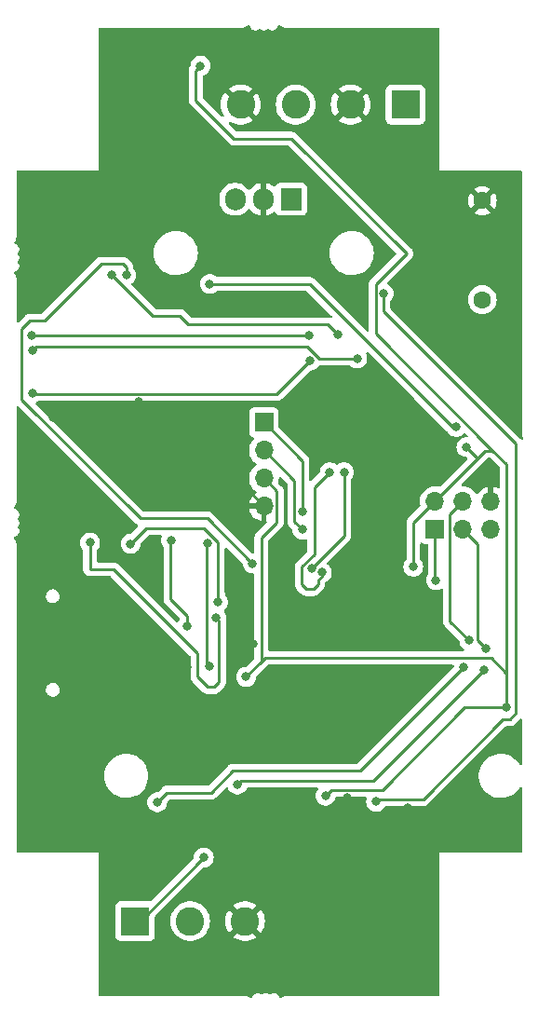
<source format=gbr>
%TF.GenerationSoftware,KiCad,Pcbnew,7.0.1*%
%TF.CreationDate,2023-05-17T13:30:03+02:00*%
%TF.ProjectId,Modbus_master,4d6f6462-7573-45f6-9d61-737465722e6b,rev?*%
%TF.SameCoordinates,Original*%
%TF.FileFunction,Copper,L2,Bot*%
%TF.FilePolarity,Positive*%
%FSLAX46Y46*%
G04 Gerber Fmt 4.6, Leading zero omitted, Abs format (unit mm)*
G04 Created by KiCad (PCBNEW 7.0.1) date 2023-05-17 13:30:03*
%MOMM*%
%LPD*%
G01*
G04 APERTURE LIST*
%TA.AperFunction,ComponentPad*%
%ADD10R,1.700000X1.700000*%
%TD*%
%TA.AperFunction,ComponentPad*%
%ADD11O,1.700000X1.700000*%
%TD*%
%TA.AperFunction,ComponentPad*%
%ADD12C,1.600000*%
%TD*%
%TA.AperFunction,ComponentPad*%
%ADD13R,2.600000X2.600000*%
%TD*%
%TA.AperFunction,ComponentPad*%
%ADD14C,2.600000*%
%TD*%
%TA.AperFunction,ComponentPad*%
%ADD15R,1.905000X2.000000*%
%TD*%
%TA.AperFunction,ComponentPad*%
%ADD16O,1.905000X2.000000*%
%TD*%
%TA.AperFunction,ViaPad*%
%ADD17C,0.800000*%
%TD*%
%TA.AperFunction,Conductor*%
%ADD18C,0.250000*%
%TD*%
G04 APERTURE END LIST*
D10*
%TO.P,J5,1,MISO*%
%TO.N,MISO*%
X147630000Y-98700000D03*
D11*
%TO.P,J5,2,VCC*%
%TO.N,VCC_5*%
X147630000Y-96160000D03*
%TO.P,J5,3,SCK*%
%TO.N,SCK*%
X150170000Y-98700000D03*
%TO.P,J5,4,MOSI*%
%TO.N,MOSI*%
X150170000Y-96160000D03*
%TO.P,J5,5,~{RST}*%
%TO.N,RESET*%
X152710000Y-98700000D03*
%TO.P,J5,6,GND*%
%TO.N,GND*%
X152710000Y-96160000D03*
%TD*%
D12*
%TO.P,C13,1*%
%TO.N,Net-(D6-A)*%
X151940000Y-77860000D03*
%TO.P,C13,2*%
%TO.N,GND*%
X151940000Y-68860000D03*
%TD*%
D13*
%TO.P,J1,1,Pin_1*%
%TO.N,Net-(J1-Pin_1)*%
X120360000Y-134330000D03*
D14*
%TO.P,J1,2,Pin_2*%
%TO.N,Net-(J1-Pin_2)*%
X125360000Y-134330000D03*
%TO.P,J1,3,Pin_3*%
%TO.N,GND*%
X130360000Y-134330000D03*
%TD*%
D10*
%TO.P,J6,1,Pin_1*%
%TO.N,SCL*%
X132075000Y-89005000D03*
D11*
%TO.P,J6,2,Pin_2*%
%TO.N,SDA*%
X132075000Y-91545000D03*
%TO.P,J6,3,Pin_3*%
%TO.N,VCC_5*%
X132075000Y-94085000D03*
%TO.P,J6,4,Pin_4*%
%TO.N,GND*%
X132075000Y-96625000D03*
%TD*%
D15*
%TO.P,U3,1,VI*%
%TO.N,VCC_12-24*%
X134550000Y-68725000D03*
D16*
%TO.P,U3,2,GND*%
%TO.N,GND*%
X132010000Y-68725000D03*
%TO.P,U3,3,VO*%
%TO.N,PWRSTATUS*%
X129470000Y-68725000D03*
%TD*%
D13*
%TO.P,J4,1,Pin_1*%
%TO.N,Net-(D2-A)*%
X144960000Y-60130000D03*
D14*
%TO.P,J4,2,Pin_2*%
%TO.N,GND*%
X139960000Y-60130000D03*
%TO.P,J4,3,Pin_3*%
%TO.N,Net-(D2-A)*%
X134960000Y-60130000D03*
%TO.P,J4,4,Pin_4*%
%TO.N,GND*%
X129960000Y-60130000D03*
%TD*%
D17*
%TO.N,GND*%
X116975000Y-126425000D03*
X136560000Y-138530000D03*
X112860000Y-88530000D03*
X116060000Y-73805000D03*
X132000000Y-70750000D03*
X138070000Y-126310000D03*
X125100000Y-111270498D03*
X131110000Y-109130000D03*
X143660000Y-88730000D03*
X129630000Y-94577500D03*
X125160000Y-95730000D03*
X116260000Y-95730000D03*
X143460000Y-95150000D03*
X139660000Y-123130000D03*
X125825000Y-65650000D03*
X124155000Y-126705000D03*
X113275000Y-121250000D03*
X120710000Y-87154500D03*
X122960000Y-95730000D03*
X152560000Y-93560000D03*
X145160000Y-124040000D03*
X134310000Y-87180000D03*
X149560000Y-124530000D03*
X144210000Y-66510000D03*
X129475000Y-74605000D03*
X131280000Y-113550000D03*
%TO.N,SIM_VDD*%
X127090000Y-111170000D03*
X126960000Y-100010000D03*
%TO.N,PWRSTATUS*%
X142959500Y-77300000D03*
X142290000Y-123470000D03*
%TO.N,Net-(J1-Pin_1)*%
X126600000Y-128550000D03*
%TO.N,MISO*%
X147720000Y-103340000D03*
%TO.N,SCK*%
X152260000Y-109530000D03*
%TO.N,MOSI*%
X150760000Y-108830000D03*
%TO.N,VDD_EXT*%
X118260000Y-75630000D03*
X138830000Y-81050000D03*
%TO.N,SIM_RXD*%
X111010000Y-82450000D03*
X140560000Y-83192500D03*
%TO.N,SIM_TXD*%
X110920000Y-81130000D03*
X136160000Y-81130000D03*
%TO.N,UART1_RXD*%
X138060000Y-93530000D03*
X137341847Y-102647326D03*
%TO.N,UART1_TXD*%
X139360000Y-93530000D03*
X136424799Y-102249799D03*
%TO.N,SIM_DTR*%
X111030000Y-86330000D03*
X136285000Y-83392500D03*
%TO.N,UART2_RXD*%
X129660000Y-121930000D03*
X152105000Y-111485000D03*
%TO.N,UART2_TXD*%
X122375000Y-123525000D03*
X150260000Y-111230000D03*
%TO.N,Net-(D1-IO1)*%
X116260000Y-99930000D03*
X127750000Y-106770000D03*
%TO.N,Net-(D1-IO2)*%
X127892250Y-105337750D03*
X119960000Y-100030000D03*
%TO.N,Net-(D1-IO3)*%
X125100000Y-107510000D03*
X123630000Y-99700000D03*
%TO.N,SCL*%
X135575000Y-97150000D03*
%TO.N,SDA*%
X135575000Y-98750000D03*
%TO.N,VCC_5*%
X150500000Y-91250000D03*
X145660000Y-102130000D03*
X126290000Y-56600000D03*
X137690000Y-122930000D03*
X130460000Y-112130000D03*
X154160000Y-114930000D03*
%TO.N,VCC_3.6*%
X149560000Y-89430000D03*
X127160000Y-76430000D03*
%TO.N,SIM_PWRKEY*%
X131050000Y-101830000D03*
X119560000Y-75630000D03*
%TD*%
D18*
%TO.N,GND*%
X145060000Y-93550000D02*
X145060000Y-90130000D01*
X145060000Y-90130000D02*
X143660000Y-88730000D01*
X132075000Y-96625000D02*
X130027500Y-94577500D01*
X141060000Y-124530000D02*
X139660000Y-123130000D01*
X152710000Y-96160000D02*
X152710000Y-93710000D01*
X149560000Y-124530000D02*
X141060000Y-124530000D01*
X152710000Y-93710000D02*
X152560000Y-93560000D01*
X130027500Y-94577500D02*
X129630000Y-94577500D01*
X143460000Y-95150000D02*
X145060000Y-93550000D01*
%TO.N,SIM_VDD*%
X127090000Y-111170000D02*
X126860000Y-110940000D01*
X126860000Y-110940000D02*
X126860000Y-100110000D01*
X126860000Y-100110000D02*
X126960000Y-100010000D01*
%TO.N,PWRSTATUS*%
X154990000Y-90960000D02*
X142959500Y-78929500D01*
X153820000Y-115990000D02*
X154430000Y-115990000D01*
X154430000Y-115990000D02*
X154990000Y-115430000D01*
X142530000Y-123230000D02*
X146580000Y-123230000D01*
X142959500Y-78929500D02*
X142959500Y-77300000D01*
X142290000Y-123470000D02*
X142530000Y-123230000D01*
X154990000Y-115430000D02*
X154990000Y-90960000D01*
X146580000Y-123230000D02*
X153820000Y-115990000D01*
%TO.N,Net-(J1-Pin_1)*%
X120820000Y-134330000D02*
X126600000Y-128550000D01*
X120360000Y-134330000D02*
X120820000Y-134330000D01*
%TO.N,MISO*%
X147720000Y-103340000D02*
X147630000Y-103250000D01*
X147630000Y-103250000D02*
X147630000Y-98700000D01*
%TO.N,SCK*%
X151535000Y-100065000D02*
X150170000Y-98700000D01*
X151535000Y-108805000D02*
X151535000Y-100065000D01*
X152260000Y-109530000D02*
X151535000Y-108805000D01*
%TO.N,MOSI*%
X150760000Y-108830000D02*
X148995000Y-107065000D01*
X148995000Y-107065000D02*
X148995000Y-97335000D01*
X148995000Y-97335000D02*
X150170000Y-96160000D01*
%TO.N,VDD_EXT*%
X125205000Y-80105000D02*
X124440000Y-79340000D01*
X137885000Y-80105000D02*
X125205000Y-80105000D01*
X124440000Y-79340000D02*
X121970000Y-79340000D01*
X121970000Y-79340000D02*
X118260000Y-75630000D01*
X138830000Y-81050000D02*
X137885000Y-80105000D01*
%TO.N,SIM_RXD*%
X111010000Y-82450000D02*
X111330000Y-82130000D01*
X137110305Y-83192500D02*
X140560000Y-83192500D01*
X111330000Y-82130000D02*
X136047805Y-82130000D01*
X136047805Y-82130000D02*
X137110305Y-83192500D01*
%TO.N,SIM_TXD*%
X110920000Y-81130000D02*
X136160000Y-81130000D01*
%TO.N,UART1_RXD*%
X136560305Y-104155000D02*
X135959695Y-104155000D01*
X136985000Y-103730305D02*
X136560305Y-104155000D01*
X135535000Y-103730305D02*
X135535000Y-102115000D01*
X135959695Y-104155000D02*
X135535000Y-103730305D01*
X136650000Y-94940000D02*
X138060000Y-93530000D01*
X137341847Y-102984549D02*
X136985000Y-103341396D01*
X136985000Y-103341396D02*
X136985000Y-103730305D01*
X135535000Y-102115000D02*
X136650000Y-101000000D01*
X136650000Y-101000000D02*
X136650000Y-94940000D01*
X137341847Y-102647326D02*
X137341847Y-102984549D01*
%TO.N,UART1_TXD*%
X139360000Y-99314598D02*
X139360000Y-93530000D01*
X136424799Y-102249799D02*
X139360000Y-99314598D01*
%TO.N,SIM_DTR*%
X111130000Y-86430000D02*
X133247500Y-86430000D01*
X133247500Y-86430000D02*
X136285000Y-83392500D01*
X111030000Y-86330000D02*
X111130000Y-86430000D01*
%TO.N,UART2_RXD*%
X152105000Y-111485000D02*
X142030000Y-121560000D01*
X130030000Y-121560000D02*
X129660000Y-121930000D01*
X142030000Y-121560000D02*
X130030000Y-121560000D01*
%TO.N,UART2_TXD*%
X123250000Y-122650000D02*
X127250000Y-122650000D01*
X122375000Y-123525000D02*
X123250000Y-122650000D01*
X140830000Y-120660000D02*
X150260000Y-111230000D01*
X127250000Y-122650000D02*
X129240000Y-120660000D01*
X129240000Y-120660000D02*
X140830000Y-120660000D01*
%TO.N,Net-(D1-IO1)*%
X126959695Y-113055000D02*
X126020000Y-112115305D01*
X127750000Y-106770000D02*
X127985000Y-107005000D01*
X126020000Y-109990000D02*
X118385305Y-102355305D01*
X116260000Y-102355305D02*
X116260000Y-99930000D01*
X126020000Y-112115305D02*
X126020000Y-109990000D01*
X127985000Y-112630305D02*
X127560305Y-113055000D01*
X118385305Y-102355305D02*
X116260000Y-102355305D01*
X127985000Y-107005000D02*
X127985000Y-112630305D01*
X127560305Y-113055000D02*
X126959695Y-113055000D01*
%TO.N,Net-(D1-IO2)*%
X127892250Y-104492250D02*
X127890000Y-104490000D01*
X127890000Y-104490000D02*
X127890000Y-99914695D01*
X127892250Y-105337750D02*
X127892250Y-104492250D01*
X126580305Y-98605000D02*
X121385000Y-98605000D01*
X127890000Y-99914695D02*
X126580305Y-98605000D01*
X121385000Y-98605000D02*
X119960000Y-100030000D01*
%TO.N,Net-(D1-IO3)*%
X125100000Y-106570000D02*
X125100000Y-107510000D01*
X123630000Y-99700000D02*
X123560000Y-99770000D01*
X123560000Y-99770000D02*
X123560000Y-105030000D01*
X123560000Y-105030000D02*
X125100000Y-106570000D01*
%TO.N,SCL*%
X135575000Y-92505000D02*
X132075000Y-89005000D01*
X135575000Y-97150000D02*
X135575000Y-92505000D01*
%TO.N,SDA*%
X135575000Y-98750000D02*
X134850000Y-98025000D01*
X134850000Y-94320000D02*
X132075000Y-91545000D01*
X134850000Y-98025000D02*
X134850000Y-94320000D01*
%TO.N,VCC_5*%
X142235000Y-80905000D02*
X152900000Y-91570000D01*
X154160000Y-111804695D02*
X154160000Y-112000000D01*
X154160000Y-112000000D02*
X154160000Y-114930000D01*
X145660000Y-102130000D02*
X145660000Y-98130000D01*
X150334695Y-114930000D02*
X154160000Y-114930000D01*
X142859695Y-122405000D02*
X150334695Y-114930000D01*
X154160000Y-92830000D02*
X154160000Y-112000000D01*
X131757500Y-110832500D02*
X131835000Y-110755000D01*
X145660000Y-98130000D02*
X147630000Y-96160000D01*
X152900000Y-91570000D02*
X154160000Y-92830000D01*
X129360000Y-63230000D02*
X134610000Y-63230000D01*
X147630000Y-96160000D02*
X151520000Y-92270000D01*
X132185000Y-110405000D02*
X152760305Y-110405000D01*
X131757500Y-110832500D02*
X132185000Y-110405000D01*
X125860000Y-59730000D02*
X129360000Y-63230000D01*
X152220000Y-91570000D02*
X152900000Y-91570000D01*
X145040000Y-73660000D02*
X142235000Y-76465000D01*
X134610000Y-63230000D02*
X145040000Y-73660000D01*
X131835000Y-110755000D02*
X131835000Y-99510000D01*
X133250000Y-95260000D02*
X132075000Y-94085000D01*
X126290000Y-56600000D02*
X125860000Y-57030000D01*
X125860000Y-57030000D02*
X125860000Y-59730000D01*
X138215000Y-122405000D02*
X142859695Y-122405000D01*
X151520000Y-92270000D02*
X150500000Y-91250000D01*
X133250000Y-98095000D02*
X133250000Y-95260000D01*
X131835000Y-99510000D02*
X133250000Y-98095000D01*
X142235000Y-76465000D02*
X142235000Y-80905000D01*
X151520000Y-92270000D02*
X152220000Y-91570000D01*
X137690000Y-122930000D02*
X138215000Y-122405000D01*
X130460000Y-112130000D02*
X131757500Y-110832500D01*
X152760305Y-110405000D02*
X154160000Y-111804695D01*
%TO.N,VCC_3.6*%
X136230000Y-76430000D02*
X127160000Y-76430000D01*
X149560000Y-89430000D02*
X149230000Y-89430000D01*
X149230000Y-89430000D02*
X136230000Y-76430000D01*
%TO.N,SIM_PWRKEY*%
X112120000Y-79750000D02*
X117290000Y-74580000D01*
X110790000Y-79750000D02*
X112120000Y-79750000D01*
X120834695Y-97730000D02*
X110055000Y-86950305D01*
X126950000Y-97730000D02*
X120834695Y-97730000D01*
X131050000Y-101830000D02*
X126950000Y-97730000D01*
X110055000Y-80485000D02*
X110790000Y-79750000D01*
X119560000Y-74890000D02*
X119560000Y-75630000D01*
X119250000Y-74580000D02*
X119560000Y-74890000D01*
X117290000Y-74580000D02*
X119250000Y-74580000D01*
X110055000Y-86950305D02*
X110055000Y-80485000D01*
%TD*%
%TA.AperFunction,Conductor*%
%TO.N,GND*%
G36*
X109722817Y-87521825D02*
G01*
X109772179Y-87552074D01*
X115056322Y-92836218D01*
X120333891Y-98113787D01*
X120346791Y-98129888D01*
X120397918Y-98177900D01*
X120400714Y-98180610D01*
X120420224Y-98200120D01*
X120423406Y-98202588D01*
X120432266Y-98210155D01*
X120464113Y-98240062D01*
X120481667Y-98249712D01*
X120497931Y-98260396D01*
X120509667Y-98269499D01*
X120513759Y-98272673D01*
X120538604Y-98283424D01*
X120553847Y-98290021D01*
X120564334Y-98295158D01*
X120578287Y-98302829D01*
X120620558Y-98340987D01*
X120641316Y-98394018D01*
X120636180Y-98450734D01*
X120606234Y-98499173D01*
X120012228Y-99093181D01*
X119972000Y-99120061D01*
X119924547Y-99129500D01*
X119865352Y-99129500D01*
X119680197Y-99168855D01*
X119507269Y-99245848D01*
X119354129Y-99357110D01*
X119227466Y-99497783D01*
X119132820Y-99661715D01*
X119074326Y-99841742D01*
X119054540Y-100030000D01*
X119074326Y-100218257D01*
X119132820Y-100398284D01*
X119227466Y-100562216D01*
X119354129Y-100702889D01*
X119507269Y-100814151D01*
X119680197Y-100891144D01*
X119865352Y-100930500D01*
X119865354Y-100930500D01*
X120054646Y-100930500D01*
X120054648Y-100930500D01*
X120178083Y-100904262D01*
X120239803Y-100891144D01*
X120412730Y-100814151D01*
X120463550Y-100777228D01*
X120565870Y-100702889D01*
X120692533Y-100562216D01*
X120787179Y-100398284D01*
X120800600Y-100356979D01*
X120845674Y-100218256D01*
X120863322Y-100050341D01*
X120874720Y-100009927D01*
X120898957Y-99975632D01*
X121607771Y-99266819D01*
X121648000Y-99239939D01*
X121695453Y-99230500D01*
X122665037Y-99230500D01*
X122721332Y-99244015D01*
X122765355Y-99281615D01*
X122787510Y-99335102D01*
X122782968Y-99392816D01*
X122781354Y-99397784D01*
X122744326Y-99511742D01*
X122724540Y-99699999D01*
X122744326Y-99888257D01*
X122802820Y-100068284D01*
X122897466Y-100232216D01*
X122902650Y-100237973D01*
X122926264Y-100276507D01*
X122934500Y-100320945D01*
X122934500Y-104947256D01*
X122932235Y-104967762D01*
X122934439Y-105037873D01*
X122934500Y-105041768D01*
X122934500Y-105069349D01*
X122935003Y-105073334D01*
X122935918Y-105084967D01*
X122937290Y-105128626D01*
X122942879Y-105147860D01*
X122946825Y-105166916D01*
X122949335Y-105186792D01*
X122965414Y-105227404D01*
X122969197Y-105238451D01*
X122981382Y-105280391D01*
X122991580Y-105297635D01*
X123000136Y-105315100D01*
X123007514Y-105333732D01*
X123007515Y-105333733D01*
X123033180Y-105369059D01*
X123039593Y-105378822D01*
X123061826Y-105416416D01*
X123061829Y-105416419D01*
X123061830Y-105416420D01*
X123075995Y-105430585D01*
X123088627Y-105445375D01*
X123100406Y-105461587D01*
X123134058Y-105489426D01*
X123142699Y-105497289D01*
X124405422Y-106760013D01*
X124436937Y-106813515D01*
X124438563Y-106875587D01*
X124409891Y-106930666D01*
X124367466Y-106977783D01*
X124274371Y-107139031D01*
X124235875Y-107180133D01*
X124183169Y-107199970D01*
X124127126Y-107194450D01*
X124079303Y-107164712D01*
X118886107Y-101971516D01*
X118873211Y-101955418D01*
X118822080Y-101907403D01*
X118819283Y-101904692D01*
X118799775Y-101885184D01*
X118796595Y-101882717D01*
X118787729Y-101875144D01*
X118755887Y-101845243D01*
X118738329Y-101835590D01*
X118722069Y-101824909D01*
X118706241Y-101812632D01*
X118666156Y-101795285D01*
X118655666Y-101790146D01*
X118617396Y-101769107D01*
X118597996Y-101764126D01*
X118579589Y-101757824D01*
X118561202Y-101749867D01*
X118518063Y-101743034D01*
X118506629Y-101740666D01*
X118464324Y-101729805D01*
X118444289Y-101729805D01*
X118424891Y-101728278D01*
X118417467Y-101727102D01*
X118405110Y-101725145D01*
X118405109Y-101725145D01*
X118372056Y-101728269D01*
X118361630Y-101729255D01*
X118349961Y-101729805D01*
X117009500Y-101729805D01*
X116947500Y-101713192D01*
X116902113Y-101667805D01*
X116885500Y-101605805D01*
X116885500Y-100628687D01*
X116893736Y-100584249D01*
X116917347Y-100545717D01*
X116992533Y-100462216D01*
X117033205Y-100391771D01*
X117087179Y-100298284D01*
X117108647Y-100232213D01*
X117145674Y-100118256D01*
X117165460Y-99930000D01*
X117145674Y-99741744D01*
X117096396Y-99590083D01*
X117087179Y-99561715D01*
X116992533Y-99397783D01*
X116865870Y-99257110D01*
X116712730Y-99145848D01*
X116539802Y-99068855D01*
X116354648Y-99029500D01*
X116354646Y-99029500D01*
X116165354Y-99029500D01*
X116165352Y-99029500D01*
X115980197Y-99068855D01*
X115807269Y-99145848D01*
X115654129Y-99257110D01*
X115527466Y-99397783D01*
X115432820Y-99561715D01*
X115374326Y-99741742D01*
X115354540Y-99930000D01*
X115374326Y-100118257D01*
X115432820Y-100298284D01*
X115527464Y-100462213D01*
X115527467Y-100462216D01*
X115602652Y-100545717D01*
X115626264Y-100584249D01*
X115634500Y-100628687D01*
X115634500Y-102284456D01*
X115632304Y-102307690D01*
X115630772Y-102315717D01*
X115634255Y-102371064D01*
X115634500Y-102378850D01*
X115634500Y-102394655D01*
X115636481Y-102410342D01*
X115637213Y-102418092D01*
X115640695Y-102473442D01*
X115643220Y-102481213D01*
X115648310Y-102503983D01*
X115649335Y-102512093D01*
X115649336Y-102512097D01*
X115669602Y-102563283D01*
X115669753Y-102563665D01*
X115672390Y-102570989D01*
X115680755Y-102596732D01*
X115689533Y-102623746D01*
X115689534Y-102623747D01*
X115693910Y-102630644D01*
X115704500Y-102651428D01*
X115707513Y-102659037D01*
X115740120Y-102703917D01*
X115744498Y-102710358D01*
X115774214Y-102757182D01*
X115780167Y-102762772D01*
X115795603Y-102780281D01*
X115800406Y-102786892D01*
X115843146Y-102822250D01*
X115848978Y-102827392D01*
X115889418Y-102865367D01*
X115896578Y-102869303D01*
X115915883Y-102882422D01*
X115922179Y-102887631D01*
X115972363Y-102911246D01*
X115979302Y-102914781D01*
X116027906Y-102941501D01*
X116027908Y-102941502D01*
X116035822Y-102943533D01*
X116057774Y-102951437D01*
X116060425Y-102952684D01*
X116065174Y-102954919D01*
X116119673Y-102965315D01*
X116127263Y-102967012D01*
X116180981Y-102980805D01*
X116189151Y-102980805D01*
X116212385Y-102983001D01*
X116220412Y-102984532D01*
X116275759Y-102981050D01*
X116283545Y-102980805D01*
X118074853Y-102980805D01*
X118122306Y-102990244D01*
X118162534Y-103017124D01*
X125358181Y-110212772D01*
X125385061Y-110253000D01*
X125394500Y-110300453D01*
X125394500Y-112032561D01*
X125392235Y-112053067D01*
X125394439Y-112123178D01*
X125394500Y-112127073D01*
X125394500Y-112154654D01*
X125395003Y-112158639D01*
X125395918Y-112170272D01*
X125397290Y-112213931D01*
X125402879Y-112233165D01*
X125406825Y-112252221D01*
X125409335Y-112272097D01*
X125425414Y-112312709D01*
X125429197Y-112323756D01*
X125441382Y-112365696D01*
X125451580Y-112382940D01*
X125460136Y-112400405D01*
X125467514Y-112419037D01*
X125467515Y-112419038D01*
X125493180Y-112454364D01*
X125499593Y-112464127D01*
X125521826Y-112501721D01*
X125521829Y-112501724D01*
X125521830Y-112501725D01*
X125535995Y-112515890D01*
X125548627Y-112530680D01*
X125560406Y-112546892D01*
X125594058Y-112574731D01*
X125602699Y-112582594D01*
X126458891Y-113438787D01*
X126471791Y-113454888D01*
X126522918Y-113502900D01*
X126525714Y-113505610D01*
X126545224Y-113525120D01*
X126548406Y-113527588D01*
X126557266Y-113535155D01*
X126589113Y-113565062D01*
X126606665Y-113574711D01*
X126622933Y-113585397D01*
X126638759Y-113597673D01*
X126678841Y-113615017D01*
X126689328Y-113620155D01*
X126727602Y-113641197D01*
X126736105Y-113643379D01*
X126747003Y-113646178D01*
X126765408Y-113652478D01*
X126783799Y-113660437D01*
X126826945Y-113667270D01*
X126838363Y-113669635D01*
X126880676Y-113680500D01*
X126900711Y-113680500D01*
X126920110Y-113682027D01*
X126939891Y-113685160D01*
X126983369Y-113681050D01*
X126995039Y-113680500D01*
X127477561Y-113680500D01*
X127498067Y-113682764D01*
X127500970Y-113682672D01*
X127500972Y-113682673D01*
X127568177Y-113680561D01*
X127572073Y-113680500D01*
X127599654Y-113680500D01*
X127599655Y-113680500D01*
X127603624Y-113679998D01*
X127615270Y-113679080D01*
X127658932Y-113677709D01*
X127678164Y-113672120D01*
X127697223Y-113668174D01*
X127704404Y-113667267D01*
X127717097Y-113665664D01*
X127757712Y-113649582D01*
X127768749Y-113645803D01*
X127810695Y-113633618D01*
X127827934Y-113623422D01*
X127845407Y-113614862D01*
X127864037Y-113607486D01*
X127899369Y-113581814D01*
X127909135Y-113575400D01*
X127946723Y-113553171D01*
X127946722Y-113553171D01*
X127946725Y-113553170D01*
X127960890Y-113539004D01*
X127975678Y-113526373D01*
X127991892Y-113514594D01*
X128019743Y-113480926D01*
X128027584Y-113472309D01*
X128368786Y-113131107D01*
X128384881Y-113118215D01*
X128386873Y-113116093D01*
X128386877Y-113116091D01*
X128432948Y-113067028D01*
X128435566Y-113064328D01*
X128455120Y-113044776D01*
X128457581Y-113041603D01*
X128465156Y-113032732D01*
X128495062Y-113000887D01*
X128504717Y-112983323D01*
X128515394Y-112967069D01*
X128527673Y-112951241D01*
X128545018Y-112911157D01*
X128550160Y-112900661D01*
X128571197Y-112862397D01*
X128576179Y-112842989D01*
X128582481Y-112824585D01*
X128590437Y-112806201D01*
X128597269Y-112763057D01*
X128599633Y-112751643D01*
X128610500Y-112709324D01*
X128610500Y-112689289D01*
X128612027Y-112669890D01*
X128613242Y-112662216D01*
X128615160Y-112650109D01*
X128611050Y-112606630D01*
X128610500Y-112594961D01*
X128610500Y-107087740D01*
X128612762Y-107067241D01*
X128612670Y-107064337D01*
X128612672Y-107064332D01*
X128612340Y-107053788D01*
X128618347Y-107011581D01*
X128635674Y-106958256D01*
X128655460Y-106770000D01*
X128635674Y-106581744D01*
X128590517Y-106442766D01*
X128577179Y-106401715D01*
X128482533Y-106237783D01*
X128457207Y-106209656D01*
X128427241Y-106148215D01*
X128434387Y-106080230D01*
X128476473Y-106026365D01*
X128498121Y-106010638D01*
X128624783Y-105869966D01*
X128719429Y-105706034D01*
X128777924Y-105526006D01*
X128797710Y-105337750D01*
X128777924Y-105149494D01*
X128747582Y-105056113D01*
X128719429Y-104969465D01*
X128624785Y-104805536D01*
X128599728Y-104777708D01*
X128549597Y-104722032D01*
X128525986Y-104683501D01*
X128517750Y-104639063D01*
X128517750Y-104574994D01*
X128520014Y-104554487D01*
X128517811Y-104484377D01*
X128517750Y-104480482D01*
X128517750Y-104452903D01*
X128517247Y-104448922D01*
X128516330Y-104437268D01*
X128515561Y-104412779D01*
X128515500Y-104408887D01*
X128515500Y-100479452D01*
X128529015Y-100423157D01*
X128566615Y-100379134D01*
X128620102Y-100356979D01*
X128677818Y-100361521D01*
X128727181Y-100391771D01*
X130111038Y-101775628D01*
X130135277Y-101809925D01*
X130146678Y-101850347D01*
X130164326Y-102018257D01*
X130222820Y-102198284D01*
X130317466Y-102362216D01*
X130444129Y-102502889D01*
X130597269Y-102614151D01*
X130770197Y-102691144D01*
X130955352Y-102730500D01*
X131085500Y-102730500D01*
X131147500Y-102747113D01*
X131192887Y-102792500D01*
X131209500Y-102854500D01*
X131209500Y-110444548D01*
X131200061Y-110492001D01*
X131173181Y-110532229D01*
X130512228Y-111193181D01*
X130472000Y-111220061D01*
X130424547Y-111229500D01*
X130365352Y-111229500D01*
X130180197Y-111268855D01*
X130007269Y-111345848D01*
X129854129Y-111457110D01*
X129727466Y-111597783D01*
X129632820Y-111761715D01*
X129574326Y-111941742D01*
X129554540Y-112129999D01*
X129574326Y-112318257D01*
X129632820Y-112498284D01*
X129727466Y-112662216D01*
X129854129Y-112802889D01*
X130007269Y-112914151D01*
X130180197Y-112991144D01*
X130365352Y-113030500D01*
X130365354Y-113030500D01*
X130554646Y-113030500D01*
X130554648Y-113030500D01*
X130693965Y-113000887D01*
X130739803Y-112991144D01*
X130912730Y-112914151D01*
X130924234Y-112905793D01*
X131065870Y-112802889D01*
X131192533Y-112662216D01*
X131287179Y-112498284D01*
X131299910Y-112459101D01*
X131345674Y-112318256D01*
X131363322Y-112150341D01*
X131374720Y-112109927D01*
X131398957Y-112075632D01*
X132218790Y-111255800D01*
X132234888Y-111242904D01*
X132258238Y-111218039D01*
X132282897Y-111191778D01*
X132285609Y-111188980D01*
X132407774Y-111066818D01*
X132448002Y-111039939D01*
X132495454Y-111030500D01*
X149237792Y-111030500D01*
X149303503Y-111049342D01*
X149349243Y-111100143D01*
X149361112Y-111167464D01*
X149356677Y-111209653D01*
X149345277Y-111250073D01*
X149321038Y-111284370D01*
X140607228Y-119998181D01*
X140567000Y-120025061D01*
X140519547Y-120034500D01*
X129322744Y-120034500D01*
X129302237Y-120032235D01*
X129232127Y-120034439D01*
X129228232Y-120034500D01*
X129200650Y-120034500D01*
X129196665Y-120035003D01*
X129185033Y-120035918D01*
X129141369Y-120037290D01*
X129122129Y-120042880D01*
X129103081Y-120046825D01*
X129083209Y-120049335D01*
X129042599Y-120065413D01*
X129031554Y-120069194D01*
X128989610Y-120081381D01*
X128972365Y-120091579D01*
X128954904Y-120100133D01*
X128936267Y-120107512D01*
X128900931Y-120133185D01*
X128891174Y-120139595D01*
X128853580Y-120161829D01*
X128839413Y-120175996D01*
X128824624Y-120188626D01*
X128808413Y-120200404D01*
X128780572Y-120234058D01*
X128772711Y-120242697D01*
X127027228Y-121988181D01*
X126987000Y-122015061D01*
X126939547Y-122024500D01*
X123332744Y-122024500D01*
X123312237Y-122022235D01*
X123242127Y-122024439D01*
X123238232Y-122024500D01*
X123210650Y-122024500D01*
X123206665Y-122025003D01*
X123195033Y-122025918D01*
X123151369Y-122027290D01*
X123132129Y-122032880D01*
X123113081Y-122036825D01*
X123093209Y-122039335D01*
X123052599Y-122055413D01*
X123041554Y-122059194D01*
X122999610Y-122071381D01*
X122982365Y-122081579D01*
X122964904Y-122090133D01*
X122946267Y-122097512D01*
X122910931Y-122123185D01*
X122901174Y-122129595D01*
X122863580Y-122151829D01*
X122849413Y-122165996D01*
X122834624Y-122178626D01*
X122818413Y-122190404D01*
X122790572Y-122224058D01*
X122782711Y-122232697D01*
X122427229Y-122588181D01*
X122387001Y-122615061D01*
X122339548Y-122624500D01*
X122280352Y-122624500D01*
X122095197Y-122663855D01*
X121922269Y-122740848D01*
X121769129Y-122852110D01*
X121642466Y-122992783D01*
X121547820Y-123156715D01*
X121489326Y-123336742D01*
X121469540Y-123525000D01*
X121489326Y-123713257D01*
X121547820Y-123893284D01*
X121642466Y-124057216D01*
X121769129Y-124197889D01*
X121922269Y-124309151D01*
X122095197Y-124386144D01*
X122280352Y-124425500D01*
X122280354Y-124425500D01*
X122469646Y-124425500D01*
X122469648Y-124425500D01*
X122593084Y-124399262D01*
X122654803Y-124386144D01*
X122827730Y-124309151D01*
X122980871Y-124197888D01*
X123107533Y-124057216D01*
X123202179Y-123893284D01*
X123260674Y-123713256D01*
X123278322Y-123545341D01*
X123289720Y-123504927D01*
X123313954Y-123470635D01*
X123472774Y-123311816D01*
X123513001Y-123284939D01*
X123560453Y-123275500D01*
X127167256Y-123275500D01*
X127187762Y-123277764D01*
X127190665Y-123277672D01*
X127190667Y-123277673D01*
X127257872Y-123275561D01*
X127261768Y-123275500D01*
X127289349Y-123275500D01*
X127289350Y-123275500D01*
X127293319Y-123274998D01*
X127304965Y-123274080D01*
X127348627Y-123272709D01*
X127367859Y-123267120D01*
X127386918Y-123263174D01*
X127393196Y-123262381D01*
X127406792Y-123260664D01*
X127447407Y-123244582D01*
X127458444Y-123240803D01*
X127500390Y-123228618D01*
X127517629Y-123218422D01*
X127535102Y-123209862D01*
X127553732Y-123202486D01*
X127589064Y-123176814D01*
X127598830Y-123170400D01*
X127636418Y-123148171D01*
X127636417Y-123148171D01*
X127636420Y-123148170D01*
X127650585Y-123134004D01*
X127665373Y-123121373D01*
X127681587Y-123109594D01*
X127709438Y-123075926D01*
X127717279Y-123067309D01*
X128604761Y-122179828D01*
X128658781Y-122148167D01*
X128721387Y-122146937D01*
X128776611Y-122176455D01*
X128810371Y-122229192D01*
X128832821Y-122298285D01*
X128927466Y-122462216D01*
X129054129Y-122602889D01*
X129207269Y-122714151D01*
X129380197Y-122791144D01*
X129565352Y-122830500D01*
X129565354Y-122830500D01*
X129754646Y-122830500D01*
X129754648Y-122830500D01*
X129878083Y-122804262D01*
X129939803Y-122791144D01*
X130112730Y-122714151D01*
X130112729Y-122714151D01*
X130265870Y-122602889D01*
X130276589Y-122590985D01*
X130392533Y-122462216D01*
X130487179Y-122298284D01*
X130495985Y-122271183D01*
X130521766Y-122226528D01*
X130563480Y-122196220D01*
X130613916Y-122185500D01*
X136870099Y-122185500D01*
X136925233Y-122198432D01*
X136968868Y-122234529D01*
X136991902Y-122286264D01*
X136989532Y-122342845D01*
X136962250Y-122392471D01*
X136957466Y-122397783D01*
X136862820Y-122561715D01*
X136804326Y-122741742D01*
X136784540Y-122930000D01*
X136804326Y-123118257D01*
X136862820Y-123298284D01*
X136957466Y-123462216D01*
X137084129Y-123602889D01*
X137237269Y-123714151D01*
X137410197Y-123791144D01*
X137595352Y-123830500D01*
X137595354Y-123830500D01*
X137784646Y-123830500D01*
X137784648Y-123830500D01*
X137935548Y-123798425D01*
X137969803Y-123791144D01*
X138142730Y-123714151D01*
X138295871Y-123602888D01*
X138422533Y-123462216D01*
X138517179Y-123298284D01*
X138535326Y-123242433D01*
X138576348Y-123116182D01*
X138602129Y-123071528D01*
X138643844Y-123041220D01*
X138694279Y-123030500D01*
X141315289Y-123030500D01*
X141371584Y-123044015D01*
X141415607Y-123081615D01*
X141437762Y-123135102D01*
X141433220Y-123192818D01*
X141404326Y-123281742D01*
X141384540Y-123469999D01*
X141404326Y-123658257D01*
X141462820Y-123838284D01*
X141557466Y-124002216D01*
X141684129Y-124142889D01*
X141837269Y-124254151D01*
X142010197Y-124331144D01*
X142195352Y-124370500D01*
X142195354Y-124370500D01*
X142384646Y-124370500D01*
X142384648Y-124370500D01*
X142508083Y-124344262D01*
X142569803Y-124331144D01*
X142742730Y-124254151D01*
X142742730Y-124254150D01*
X142895870Y-124142889D01*
X143022533Y-124002216D01*
X143071444Y-123917500D01*
X143116831Y-123872113D01*
X143178831Y-123855500D01*
X146497256Y-123855500D01*
X146517762Y-123857764D01*
X146520665Y-123857672D01*
X146520667Y-123857673D01*
X146587872Y-123855561D01*
X146591768Y-123855500D01*
X146619349Y-123855500D01*
X146619350Y-123855500D01*
X146623319Y-123854998D01*
X146634965Y-123854080D01*
X146678627Y-123852709D01*
X146697859Y-123847120D01*
X146716918Y-123843174D01*
X146723196Y-123842381D01*
X146736792Y-123840664D01*
X146777407Y-123824582D01*
X146788444Y-123820803D01*
X146830390Y-123808618D01*
X146847629Y-123798422D01*
X146865102Y-123789862D01*
X146883732Y-123782486D01*
X146919064Y-123756814D01*
X146928830Y-123750400D01*
X146966418Y-123728171D01*
X146966417Y-123728171D01*
X146966420Y-123728170D01*
X146980585Y-123714004D01*
X146995373Y-123701373D01*
X147011587Y-123689594D01*
X147039438Y-123655926D01*
X147047279Y-123647309D01*
X154042771Y-116651819D01*
X154083000Y-116624939D01*
X154130453Y-116615500D01*
X154347256Y-116615500D01*
X154367762Y-116617764D01*
X154370665Y-116617672D01*
X154370667Y-116617673D01*
X154437872Y-116615561D01*
X154441768Y-116615500D01*
X154469349Y-116615500D01*
X154469350Y-116615500D01*
X154473319Y-116614998D01*
X154484965Y-116614080D01*
X154528627Y-116612709D01*
X154547859Y-116607120D01*
X154566918Y-116603174D01*
X154573196Y-116602381D01*
X154586792Y-116600664D01*
X154627407Y-116584582D01*
X154638444Y-116580803D01*
X154680390Y-116568618D01*
X154697629Y-116558422D01*
X154715102Y-116549862D01*
X154733732Y-116542486D01*
X154769064Y-116516814D01*
X154778830Y-116510400D01*
X154816418Y-116488171D01*
X154816417Y-116488171D01*
X154816420Y-116488170D01*
X154830585Y-116474004D01*
X154845373Y-116461373D01*
X154861587Y-116449594D01*
X154889438Y-116415926D01*
X154897279Y-116407309D01*
X155347282Y-115957306D01*
X155396650Y-115927056D01*
X155454373Y-115922518D01*
X155507864Y-115944684D01*
X155545459Y-115988720D01*
X155558961Y-116045026D01*
X155557784Y-120021307D01*
X155541207Y-120083209D01*
X155495939Y-120128568D01*
X155434070Y-120145270D01*
X155372126Y-120128854D01*
X155326649Y-120083704D01*
X155279662Y-120003075D01*
X155252834Y-119968887D01*
X155109257Y-119785920D01*
X154910659Y-119594215D01*
X154687627Y-119431586D01*
X154444382Y-119301112D01*
X154444381Y-119301111D01*
X154444378Y-119301110D01*
X154271813Y-119237212D01*
X154185529Y-119205263D01*
X153915970Y-119145853D01*
X153878264Y-119142859D01*
X153640807Y-119124007D01*
X153365246Y-119140141D01*
X153094519Y-119193944D01*
X152833734Y-119284403D01*
X152587832Y-119409806D01*
X152361474Y-119567773D01*
X152158945Y-119755315D01*
X151984074Y-119968887D01*
X151840174Y-120204441D01*
X151729972Y-120457517D01*
X151655552Y-120723322D01*
X151618325Y-120996826D01*
X151618993Y-121272857D01*
X151657544Y-121546182D01*
X151733249Y-121811623D01*
X151844673Y-122064160D01*
X151989714Y-122299020D01*
X152165613Y-122511736D01*
X152369045Y-122698295D01*
X152369047Y-122698296D01*
X152369050Y-122698299D01*
X152596170Y-122855169D01*
X152842673Y-122979378D01*
X153103893Y-123068574D01*
X153374884Y-123121069D01*
X153650515Y-123135868D01*
X153925569Y-123112691D01*
X154194837Y-123051978D01*
X154453223Y-122954877D01*
X154695834Y-122823227D01*
X154918077Y-122659521D01*
X155115744Y-122466857D01*
X155285094Y-122248884D01*
X155328064Y-122174320D01*
X155373432Y-122128888D01*
X155435441Y-122112236D01*
X155497466Y-122128829D01*
X155542877Y-122174219D01*
X155559500Y-122236236D01*
X155559500Y-128005500D01*
X155542887Y-128067500D01*
X155497500Y-128112887D01*
X155435500Y-128129500D01*
X148084760Y-128129500D01*
X148084554Y-128129459D01*
X148059998Y-128129459D01*
X148059807Y-128129538D01*
X148059619Y-128129615D01*
X148059615Y-128129618D01*
X148059459Y-128129999D01*
X148059476Y-128154616D01*
X148059471Y-128154616D01*
X148059500Y-128154760D01*
X148059500Y-141005500D01*
X148042887Y-141067500D01*
X147997500Y-141112887D01*
X147935500Y-141129500D01*
X134885099Y-141129500D01*
X134260500Y-141129500D01*
X134260000Y-141129500D01*
X134167290Y-141129500D01*
X134070903Y-141147518D01*
X133985026Y-141163571D01*
X133812126Y-141230552D01*
X133676044Y-141314811D01*
X133622467Y-141332831D01*
X133566459Y-141325198D01*
X133519658Y-141293498D01*
X133491790Y-141244318D01*
X133469953Y-141169948D01*
X133469953Y-141169947D01*
X133392143Y-141048872D01*
X133392141Y-141048870D01*
X133283374Y-140954623D01*
X133152457Y-140894834D01*
X133045799Y-140879500D01*
X132974201Y-140879500D01*
X132867542Y-140894834D01*
X132736626Y-140954623D01*
X132716200Y-140972322D01*
X132664232Y-140999112D01*
X132605766Y-140999112D01*
X132553799Y-140972321D01*
X132533374Y-140954623D01*
X132402457Y-140894834D01*
X132295799Y-140879500D01*
X132224201Y-140879500D01*
X132117542Y-140894834D01*
X131986626Y-140954623D01*
X131966200Y-140972322D01*
X131914232Y-140999112D01*
X131855766Y-140999112D01*
X131803799Y-140972321D01*
X131783374Y-140954623D01*
X131652457Y-140894834D01*
X131545799Y-140879500D01*
X131474201Y-140879500D01*
X131367542Y-140894834D01*
X131236625Y-140954623D01*
X131127858Y-141048870D01*
X131050047Y-141169947D01*
X131028209Y-141244320D01*
X131000341Y-141293498D01*
X130953539Y-141325198D01*
X130897531Y-141332831D01*
X130843955Y-141314811D01*
X130707872Y-141230552D01*
X130707870Y-141230551D01*
X130534973Y-141163571D01*
X130534972Y-141163570D01*
X130352710Y-141129500D01*
X130352708Y-141129500D01*
X117184500Y-141129500D01*
X117122500Y-141112887D01*
X117077113Y-141067500D01*
X117060500Y-141005500D01*
X117060500Y-135677869D01*
X118559500Y-135677869D01*
X118565909Y-135737484D01*
X118577553Y-135768702D01*
X118616204Y-135872331D01*
X118702454Y-135987546D01*
X118817669Y-136073796D01*
X118952517Y-136124091D01*
X119012127Y-136130500D01*
X121707872Y-136130499D01*
X121767483Y-136124091D01*
X121902331Y-136073796D01*
X122017546Y-135987546D01*
X122103796Y-135872331D01*
X122154091Y-135737483D01*
X122160500Y-135677873D01*
X122160499Y-134329999D01*
X123554450Y-134329999D01*
X123574616Y-134599100D01*
X123574617Y-134599103D01*
X123634666Y-134862195D01*
X123733257Y-135113398D01*
X123868185Y-135347102D01*
X124036439Y-135558085D01*
X124234259Y-135741635D01*
X124457226Y-135893651D01*
X124700359Y-136010738D01*
X124958228Y-136090280D01*
X125225071Y-136130500D01*
X125494929Y-136130500D01*
X125761772Y-136090280D01*
X126019641Y-136010738D01*
X126262775Y-135893651D01*
X126446041Y-135768702D01*
X129274848Y-135768702D01*
X129457479Y-135893217D01*
X129700542Y-136010270D01*
X129958339Y-136089791D01*
X130225109Y-136130000D01*
X130494891Y-136130000D01*
X130761660Y-136089791D01*
X131019460Y-136010270D01*
X131262523Y-135893217D01*
X131445150Y-135768702D01*
X130360000Y-134683553D01*
X129274848Y-135768702D01*
X126446041Y-135768702D01*
X126485741Y-135741635D01*
X126683561Y-135558085D01*
X126851815Y-135347102D01*
X126986743Y-135113398D01*
X127085334Y-134862195D01*
X127145383Y-134599103D01*
X127165549Y-134330000D01*
X128554952Y-134330000D01*
X128575113Y-134599026D01*
X128635146Y-134862049D01*
X128733708Y-135113178D01*
X128868598Y-135346816D01*
X128922295Y-135414150D01*
X130006447Y-134330001D01*
X130006447Y-134330000D01*
X130713553Y-134330000D01*
X131797703Y-135414151D01*
X131797704Y-135414150D01*
X131851400Y-135346818D01*
X131986291Y-135113178D01*
X132084853Y-134862049D01*
X132144886Y-134599026D01*
X132165047Y-134329999D01*
X132144886Y-134060973D01*
X132084853Y-133797950D01*
X131986291Y-133546821D01*
X131851398Y-133313178D01*
X131797704Y-133245847D01*
X130713553Y-134330000D01*
X130006447Y-134330000D01*
X128922295Y-133245848D01*
X128868598Y-133313182D01*
X128733708Y-133546821D01*
X128635146Y-133797950D01*
X128575113Y-134060973D01*
X128554952Y-134330000D01*
X127165549Y-134330000D01*
X127145383Y-134060897D01*
X127085334Y-133797805D01*
X126986743Y-133546602D01*
X126851815Y-133312898D01*
X126683561Y-133101915D01*
X126683560Y-133101914D01*
X126485743Y-132918366D01*
X126446039Y-132891296D01*
X129274848Y-132891296D01*
X130360000Y-133976447D01*
X130360001Y-133976447D01*
X131445150Y-132891296D01*
X131262519Y-132766780D01*
X131019460Y-132649729D01*
X130761660Y-132570208D01*
X130494891Y-132530000D01*
X130225109Y-132530000D01*
X129958339Y-132570208D01*
X129700542Y-132649729D01*
X129457476Y-132766783D01*
X129274848Y-132891296D01*
X126446039Y-132891296D01*
X126428205Y-132879137D01*
X126262775Y-132766349D01*
X126019641Y-132649262D01*
X125940097Y-132624726D01*
X125761771Y-132569719D01*
X125494929Y-132529500D01*
X125225071Y-132529500D01*
X124958228Y-132569719D01*
X124700359Y-132649262D01*
X124457228Y-132766347D01*
X124234257Y-132918366D01*
X124036439Y-133101915D01*
X123868184Y-133312899D01*
X123733257Y-133546601D01*
X123634666Y-133797804D01*
X123574616Y-134060899D01*
X123554450Y-134329999D01*
X122160499Y-134329999D01*
X122160499Y-133925450D01*
X122169938Y-133877998D01*
X122196815Y-133837773D01*
X126547771Y-129486819D01*
X126588000Y-129459939D01*
X126635453Y-129450500D01*
X126694648Y-129450500D01*
X126818084Y-129424262D01*
X126879803Y-129411144D01*
X127052730Y-129334151D01*
X127205871Y-129222888D01*
X127332533Y-129082216D01*
X127427179Y-128918284D01*
X127485674Y-128738256D01*
X127505460Y-128550000D01*
X127485674Y-128361744D01*
X127427179Y-128181716D01*
X127427179Y-128181715D01*
X127332533Y-128017783D01*
X127205870Y-127877110D01*
X127052730Y-127765848D01*
X126879802Y-127688855D01*
X126694648Y-127649500D01*
X126694646Y-127649500D01*
X126505354Y-127649500D01*
X126505352Y-127649500D01*
X126320197Y-127688855D01*
X126147269Y-127765848D01*
X125994129Y-127877110D01*
X125867466Y-128017783D01*
X125772820Y-128181715D01*
X125714326Y-128361742D01*
X125696679Y-128529649D01*
X125685279Y-128570070D01*
X125661039Y-128604368D01*
X121772226Y-132493181D01*
X121731998Y-132520061D01*
X121684545Y-132529500D01*
X119012130Y-132529500D01*
X118952515Y-132535909D01*
X118817669Y-132586204D01*
X118702454Y-132672454D01*
X118616204Y-132787668D01*
X118565909Y-132922516D01*
X118559500Y-132982130D01*
X118559500Y-135677869D01*
X117060500Y-135677869D01*
X117060500Y-128154760D01*
X117060528Y-128154616D01*
X117060524Y-128154616D01*
X117060539Y-128130002D01*
X117060541Y-128130000D01*
X117060462Y-128129808D01*
X117060384Y-128129618D01*
X117060380Y-128129614D01*
X117060194Y-128129538D01*
X117060002Y-128129459D01*
X117035446Y-128129459D01*
X117035240Y-128129500D01*
X109684500Y-128129500D01*
X109622500Y-128112887D01*
X109577113Y-128067500D01*
X109560500Y-128005500D01*
X109560500Y-121130000D01*
X117554389Y-121130000D01*
X117574804Y-121415429D01*
X117635629Y-121695041D01*
X117635631Y-121695046D01*
X117726069Y-121937520D01*
X117735634Y-121963163D01*
X117872772Y-122214313D01*
X117935632Y-122298284D01*
X118044261Y-122443395D01*
X118246605Y-122645739D01*
X118337993Y-122714151D01*
X118475686Y-122817227D01*
X118545170Y-122855168D01*
X118726839Y-122954367D01*
X118994954Y-123054369D01*
X118994957Y-123054369D01*
X118994958Y-123054370D01*
X119047217Y-123065738D01*
X119274572Y-123115196D01*
X119560000Y-123135610D01*
X119845428Y-123115196D01*
X120125046Y-123054369D01*
X120393161Y-122954367D01*
X120644315Y-122817226D01*
X120873395Y-122645739D01*
X121075739Y-122443395D01*
X121247226Y-122214315D01*
X121384367Y-121963161D01*
X121484369Y-121695046D01*
X121545196Y-121415428D01*
X121565610Y-121130000D01*
X121545196Y-120844572D01*
X121484369Y-120564954D01*
X121384367Y-120296839D01*
X121322148Y-120182894D01*
X121247227Y-120045686D01*
X121204354Y-119988414D01*
X121075739Y-119816605D01*
X120873395Y-119614261D01*
X120738990Y-119513647D01*
X120644313Y-119442772D01*
X120393163Y-119305634D01*
X120393162Y-119305633D01*
X120393161Y-119305633D01*
X120217324Y-119240049D01*
X120125041Y-119205629D01*
X119845429Y-119144804D01*
X119560000Y-119124389D01*
X119274570Y-119144804D01*
X118994958Y-119205629D01*
X118726836Y-119305634D01*
X118475686Y-119442772D01*
X118246602Y-119614263D01*
X118044263Y-119816602D01*
X117872772Y-120045686D01*
X117735634Y-120296836D01*
X117635629Y-120564958D01*
X117574804Y-120844570D01*
X117554389Y-121130000D01*
X109560500Y-121130000D01*
X109560500Y-113260414D01*
X112240772Y-113260414D01*
X112250695Y-113418135D01*
X112288719Y-113535161D01*
X112299533Y-113568441D01*
X112373604Y-113685159D01*
X112384215Y-113701878D01*
X112499418Y-113810062D01*
X112637908Y-113886197D01*
X112790980Y-113925500D01*
X112790981Y-113925500D01*
X112909350Y-113925500D01*
X112909352Y-113925500D01*
X112987644Y-113915609D01*
X113026792Y-113910664D01*
X113173732Y-113852486D01*
X113301587Y-113759594D01*
X113402324Y-113637823D01*
X113469614Y-113494826D01*
X113499227Y-113339588D01*
X113489304Y-113181862D01*
X113440467Y-113031559D01*
X113355786Y-112898123D01*
X113240582Y-112789938D01*
X113240581Y-112789937D01*
X113102091Y-112713802D01*
X112949020Y-112674500D01*
X112949019Y-112674500D01*
X112830650Y-112674500D01*
X112830648Y-112674500D01*
X112713208Y-112689335D01*
X112566267Y-112747513D01*
X112438413Y-112840405D01*
X112337677Y-112962174D01*
X112270386Y-113105174D01*
X112240772Y-113260414D01*
X109560500Y-113260414D01*
X109560500Y-104760414D01*
X112240772Y-104760414D01*
X112250695Y-104918135D01*
X112289600Y-105037873D01*
X112299533Y-105068441D01*
X112350969Y-105149492D01*
X112384215Y-105201878D01*
X112499418Y-105310062D01*
X112637908Y-105386197D01*
X112790980Y-105425500D01*
X112790981Y-105425500D01*
X112909350Y-105425500D01*
X112909352Y-105425500D01*
X112987644Y-105415609D01*
X113026792Y-105410664D01*
X113173732Y-105352486D01*
X113301587Y-105259594D01*
X113402324Y-105137823D01*
X113469614Y-104994826D01*
X113499227Y-104839588D01*
X113495513Y-104780561D01*
X113489304Y-104681864D01*
X113489304Y-104681862D01*
X113440467Y-104531559D01*
X113355786Y-104398123D01*
X113240582Y-104289938D01*
X113240581Y-104289937D01*
X113102091Y-104213802D01*
X112949020Y-104174500D01*
X112949019Y-104174500D01*
X112830650Y-104174500D01*
X112830648Y-104174500D01*
X112713208Y-104189335D01*
X112566267Y-104247513D01*
X112438413Y-104340405D01*
X112337677Y-104462174D01*
X112270386Y-104605174D01*
X112240772Y-104760414D01*
X109560500Y-104760414D01*
X109560500Y-100143582D01*
X109560537Y-100140573D01*
X109562454Y-100061590D01*
X109562454Y-100061587D01*
X109532444Y-99877121D01*
X109468791Y-99701404D01*
X109378597Y-99548805D01*
X109361461Y-99491074D01*
X109373543Y-99432079D01*
X109411994Y-99385733D01*
X109437493Y-99375319D01*
X109436239Y-99372572D01*
X109518285Y-99335102D01*
X109583373Y-99305377D01*
X109692143Y-99211128D01*
X109769953Y-99090053D01*
X109810500Y-98951961D01*
X109810500Y-98808039D01*
X109769953Y-98669947D01*
X109707030Y-98572036D01*
X109689587Y-98528466D01*
X109689587Y-98481531D01*
X109707028Y-98437966D01*
X109769953Y-98340053D01*
X109810500Y-98201961D01*
X109810500Y-98058039D01*
X109769953Y-97919947D01*
X109707031Y-97822038D01*
X109687347Y-97754999D01*
X109707031Y-97687961D01*
X109769953Y-97590053D01*
X109810500Y-97451961D01*
X109810500Y-97308039D01*
X109769953Y-97169947D01*
X109692143Y-97048872D01*
X109692141Y-97048870D01*
X109583374Y-96954623D01*
X109436239Y-96887428D01*
X109437371Y-96884948D01*
X109409905Y-96873634D01*
X109371450Y-96826513D01*
X109360028Y-96766773D01*
X109378386Y-96708790D01*
X109459448Y-96577872D01*
X109526429Y-96404973D01*
X109560500Y-96222710D01*
X109560500Y-96130000D01*
X109560500Y-96129500D01*
X109560499Y-87639755D01*
X109574014Y-87583461D01*
X109611614Y-87539438D01*
X109665101Y-87517283D01*
X109722817Y-87521825D01*
G37*
%TD.AperFunction*%
%TA.AperFunction,Conductor*%
G36*
X141521338Y-82625742D02*
G01*
X141571731Y-82656321D01*
X145762707Y-86847298D01*
X148729195Y-89813786D01*
X148742098Y-89829892D01*
X148748346Y-89835759D01*
X148770844Y-89864145D01*
X148797340Y-89910036D01*
X148827467Y-89962216D01*
X148856131Y-89994050D01*
X148954129Y-90102889D01*
X149107269Y-90214151D01*
X149280197Y-90291144D01*
X149465352Y-90330500D01*
X149465354Y-90330500D01*
X149654646Y-90330500D01*
X149654648Y-90330500D01*
X149778084Y-90304262D01*
X149839803Y-90291144D01*
X149887333Y-90269982D01*
X149918868Y-90255942D01*
X149977953Y-90245523D01*
X149986152Y-90248187D01*
X150017810Y-90210460D01*
X150165870Y-90102889D01*
X150165871Y-90102888D01*
X150259630Y-89998758D01*
X150315525Y-89963149D01*
X150381777Y-89961414D01*
X150439460Y-89994050D01*
X150583229Y-90137819D01*
X150613479Y-90187182D01*
X150618021Y-90244898D01*
X150595866Y-90298385D01*
X150551843Y-90335985D01*
X150495548Y-90349500D01*
X150405352Y-90349500D01*
X150220198Y-90388854D01*
X150141130Y-90424058D01*
X150082044Y-90434476D01*
X150073846Y-90431812D01*
X150042190Y-90469539D01*
X149894127Y-90577112D01*
X149767466Y-90717783D01*
X149672820Y-90881715D01*
X149614326Y-91061742D01*
X149594540Y-91250000D01*
X149614326Y-91438257D01*
X149672820Y-91618284D01*
X149767466Y-91782216D01*
X149894129Y-91922889D01*
X150047269Y-92034151D01*
X150220197Y-92111144D01*
X150405352Y-92150500D01*
X150405354Y-92150500D01*
X150455547Y-92150500D01*
X150511842Y-92164015D01*
X150555865Y-92201615D01*
X150578020Y-92255102D01*
X150573478Y-92312818D01*
X150543228Y-92362181D01*
X148085646Y-94819761D01*
X148030059Y-94851855D01*
X147965873Y-94851855D01*
X147865408Y-94824936D01*
X147629999Y-94804340D01*
X147394592Y-94824936D01*
X147166336Y-94886097D01*
X146952170Y-94985965D01*
X146758598Y-95121505D01*
X146591505Y-95288598D01*
X146455965Y-95482170D01*
X146356097Y-95696336D01*
X146294936Y-95924592D01*
X146274340Y-96160000D01*
X146294936Y-96395405D01*
X146321856Y-96495871D01*
X146321856Y-96560059D01*
X146289762Y-96615646D01*
X145276208Y-97629199D01*
X145260110Y-97642096D01*
X145212096Y-97693225D01*
X145209391Y-97696017D01*
X145189874Y-97715534D01*
X145187415Y-97718705D01*
X145179842Y-97727572D01*
X145149935Y-97759420D01*
X145140285Y-97776974D01*
X145129609Y-97793228D01*
X145117326Y-97809063D01*
X145099975Y-97849158D01*
X145094838Y-97859644D01*
X145073802Y-97897907D01*
X145068821Y-97917309D01*
X145062520Y-97935711D01*
X145054561Y-97954102D01*
X145047728Y-97997242D01*
X145045360Y-98008674D01*
X145034500Y-98050978D01*
X145034500Y-98071016D01*
X145032973Y-98090413D01*
X145029840Y-98110196D01*
X145032928Y-98142860D01*
X145033950Y-98153675D01*
X145034500Y-98165344D01*
X145034500Y-101431313D01*
X145026264Y-101475751D01*
X145002652Y-101514282D01*
X144969545Y-101551051D01*
X144927464Y-101597786D01*
X144832820Y-101761715D01*
X144774326Y-101941742D01*
X144754540Y-102129999D01*
X144774326Y-102318257D01*
X144832820Y-102498284D01*
X144927466Y-102662216D01*
X145054129Y-102802889D01*
X145207269Y-102914151D01*
X145380197Y-102991144D01*
X145565352Y-103030500D01*
X145565354Y-103030500D01*
X145754646Y-103030500D01*
X145754648Y-103030500D01*
X145878084Y-103004262D01*
X145939803Y-102991144D01*
X146112730Y-102914151D01*
X146149235Y-102887629D01*
X146265870Y-102802889D01*
X146392533Y-102662216D01*
X146487179Y-102498284D01*
X146520850Y-102394655D01*
X146545674Y-102318256D01*
X146565460Y-102130000D01*
X146545674Y-101941744D01*
X146503723Y-101812632D01*
X146487179Y-101761715D01*
X146392535Y-101597786D01*
X146379427Y-101583229D01*
X146317347Y-101514282D01*
X146293736Y-101475751D01*
X146285500Y-101431313D01*
X146285500Y-100052744D01*
X146304005Y-99987577D01*
X146353996Y-99941860D01*
X146420553Y-99929238D01*
X146483808Y-99953476D01*
X146537669Y-99993796D01*
X146672517Y-100044091D01*
X146732127Y-100050500D01*
X146880500Y-100050500D01*
X146942500Y-100067113D01*
X146987887Y-100112500D01*
X147004500Y-100174500D01*
X147004500Y-102745056D01*
X146987887Y-102807056D01*
X146892820Y-102971715D01*
X146834326Y-103151742D01*
X146814540Y-103340000D01*
X146834326Y-103528257D01*
X146892820Y-103708284D01*
X146987466Y-103872216D01*
X147114129Y-104012889D01*
X147267269Y-104124151D01*
X147440197Y-104201144D01*
X147625352Y-104240500D01*
X147625354Y-104240500D01*
X147814646Y-104240500D01*
X147814648Y-104240500D01*
X147940251Y-104213802D01*
X147999803Y-104201144D01*
X148076271Y-104167098D01*
X148184636Y-104118851D01*
X148184999Y-104119666D01*
X148235773Y-104100936D01*
X148301796Y-104114070D01*
X148351228Y-104159765D01*
X148369500Y-104224554D01*
X148369500Y-106982256D01*
X148367235Y-107002762D01*
X148369439Y-107072873D01*
X148369500Y-107076768D01*
X148369500Y-107104349D01*
X148370003Y-107108334D01*
X148370918Y-107119967D01*
X148372290Y-107163626D01*
X148377879Y-107182860D01*
X148381825Y-107201916D01*
X148384335Y-107221792D01*
X148400414Y-107262404D01*
X148404197Y-107273451D01*
X148416382Y-107315391D01*
X148426580Y-107332635D01*
X148435136Y-107350100D01*
X148442514Y-107368732D01*
X148442515Y-107368733D01*
X148468180Y-107404059D01*
X148474593Y-107413822D01*
X148496826Y-107451416D01*
X148496829Y-107451419D01*
X148496830Y-107451420D01*
X148510995Y-107465585D01*
X148523627Y-107480375D01*
X148535406Y-107496587D01*
X148569058Y-107524426D01*
X148577699Y-107532289D01*
X149821038Y-108775629D01*
X149845277Y-108809926D01*
X149856678Y-108850348D01*
X149874326Y-109018257D01*
X149932820Y-109198284D01*
X150027466Y-109362216D01*
X150154129Y-109502889D01*
X150226105Y-109555182D01*
X150265418Y-109602703D01*
X150276975Y-109663286D01*
X150257917Y-109721942D01*
X150212958Y-109764162D01*
X150153220Y-109779500D01*
X132584500Y-109779500D01*
X132522500Y-109762887D01*
X132477113Y-109717500D01*
X132460500Y-109655500D01*
X132460500Y-99820452D01*
X132469939Y-99772999D01*
X132496819Y-99732771D01*
X133064065Y-99165525D01*
X133633789Y-98595800D01*
X133649885Y-98582906D01*
X133651873Y-98580787D01*
X133651877Y-98580786D01*
X133697948Y-98531723D01*
X133700566Y-98529023D01*
X133720120Y-98509471D01*
X133722581Y-98506298D01*
X133730156Y-98497427D01*
X133760062Y-98465582D01*
X133769717Y-98448018D01*
X133780394Y-98431764D01*
X133792673Y-98415936D01*
X133810018Y-98375852D01*
X133815160Y-98365356D01*
X133827349Y-98343185D01*
X133836197Y-98327092D01*
X133841179Y-98307684D01*
X133847481Y-98289280D01*
X133855437Y-98270896D01*
X133862269Y-98227752D01*
X133864633Y-98216338D01*
X133875500Y-98174019D01*
X133875500Y-98153984D01*
X133877027Y-98134585D01*
X133877771Y-98129888D01*
X133880160Y-98114804D01*
X133876050Y-98071325D01*
X133875500Y-98059656D01*
X133875500Y-95342744D01*
X133877764Y-95322237D01*
X133875561Y-95252127D01*
X133875500Y-95248232D01*
X133875500Y-95220653D01*
X133874997Y-95216672D01*
X133874080Y-95205019D01*
X133873894Y-95199090D01*
X133872709Y-95161373D01*
X133867120Y-95142140D01*
X133863174Y-95123082D01*
X133860664Y-95103206D01*
X133844588Y-95062604D01*
X133840804Y-95051553D01*
X133830127Y-95014804D01*
X133828618Y-95009610D01*
X133818414Y-94992355D01*
X133809861Y-94974895D01*
X133805884Y-94964851D01*
X133802486Y-94956268D01*
X133776808Y-94920925D01*
X133770401Y-94911171D01*
X133748170Y-94873580D01*
X133734006Y-94859416D01*
X133721367Y-94844617D01*
X133709595Y-94828413D01*
X133675941Y-94800573D01*
X133667299Y-94792709D01*
X133415237Y-94540647D01*
X133383143Y-94485059D01*
X133383143Y-94420872D01*
X133391109Y-94391144D01*
X133410063Y-94320408D01*
X133430659Y-94085000D01*
X133431598Y-94074271D01*
X133456750Y-94009592D01*
X133512716Y-93968556D01*
X133581965Y-93964017D01*
X133642807Y-93997397D01*
X134188181Y-94542771D01*
X134215061Y-94582999D01*
X134224500Y-94630452D01*
X134224500Y-97942256D01*
X134222235Y-97962762D01*
X134224439Y-98032873D01*
X134224500Y-98036768D01*
X134224500Y-98064349D01*
X134225003Y-98068334D01*
X134225918Y-98079967D01*
X134227290Y-98123626D01*
X134232879Y-98142860D01*
X134236825Y-98161916D01*
X134239335Y-98181792D01*
X134255414Y-98222404D01*
X134259197Y-98233451D01*
X134271382Y-98275391D01*
X134281580Y-98292635D01*
X134290136Y-98310100D01*
X134297514Y-98328732D01*
X134297515Y-98328733D01*
X134323180Y-98364059D01*
X134329593Y-98373822D01*
X134351826Y-98411416D01*
X134351829Y-98411419D01*
X134351830Y-98411420D01*
X134365995Y-98425585D01*
X134378627Y-98440375D01*
X134390406Y-98456587D01*
X134420558Y-98481531D01*
X134424058Y-98484426D01*
X134432699Y-98492289D01*
X134636038Y-98695629D01*
X134660278Y-98729926D01*
X134671678Y-98770348D01*
X134689326Y-98938257D01*
X134747820Y-99118284D01*
X134842466Y-99282216D01*
X134969129Y-99422889D01*
X135122269Y-99534151D01*
X135295197Y-99611144D01*
X135480352Y-99650500D01*
X135480354Y-99650500D01*
X135669646Y-99650500D01*
X135669648Y-99650500D01*
X135867551Y-99608435D01*
X135867923Y-99610185D01*
X135910233Y-99602917D01*
X135968038Y-99622540D01*
X136009474Y-99667368D01*
X136024500Y-99726534D01*
X136024500Y-100689547D01*
X136015061Y-100737000D01*
X135988181Y-100777228D01*
X135151208Y-101614199D01*
X135135110Y-101627096D01*
X135087096Y-101678225D01*
X135084391Y-101681017D01*
X135064874Y-101700534D01*
X135062415Y-101703705D01*
X135054842Y-101712572D01*
X135024935Y-101744420D01*
X135015285Y-101761974D01*
X135004609Y-101778228D01*
X134992326Y-101794063D01*
X134974975Y-101834158D01*
X134969838Y-101844644D01*
X134948802Y-101882907D01*
X134943821Y-101902309D01*
X134937520Y-101920711D01*
X134929561Y-101939102D01*
X134922728Y-101982242D01*
X134920360Y-101993674D01*
X134909500Y-102035978D01*
X134909500Y-102056016D01*
X134907973Y-102075413D01*
X134904840Y-102095196D01*
X134908130Y-102129999D01*
X134908950Y-102138675D01*
X134909500Y-102150344D01*
X134909500Y-103647561D01*
X134907235Y-103668067D01*
X134909439Y-103738178D01*
X134909500Y-103742073D01*
X134909500Y-103769654D01*
X134910003Y-103773639D01*
X134910918Y-103785272D01*
X134912290Y-103828931D01*
X134917879Y-103848165D01*
X134921825Y-103867221D01*
X134924335Y-103887097D01*
X134940414Y-103927709D01*
X134944197Y-103938756D01*
X134956382Y-103980696D01*
X134966580Y-103997940D01*
X134975136Y-104015405D01*
X134982514Y-104034037D01*
X134982515Y-104034038D01*
X135008180Y-104069364D01*
X135014593Y-104079127D01*
X135036826Y-104116721D01*
X135036829Y-104116724D01*
X135036830Y-104116725D01*
X135050995Y-104130890D01*
X135063627Y-104145680D01*
X135075406Y-104161892D01*
X135109058Y-104189731D01*
X135117699Y-104197594D01*
X135458889Y-104538784D01*
X135471789Y-104554886D01*
X135473908Y-104556876D01*
X135473909Y-104556877D01*
X135494738Y-104576437D01*
X135522918Y-104602900D01*
X135525714Y-104605610D01*
X135545224Y-104625120D01*
X135548406Y-104627588D01*
X135557266Y-104635155D01*
X135589113Y-104665062D01*
X135606665Y-104674711D01*
X135622933Y-104685397D01*
X135638759Y-104697673D01*
X135678841Y-104715017D01*
X135689328Y-104720155D01*
X135727602Y-104741197D01*
X135736105Y-104743379D01*
X135747003Y-104746178D01*
X135765408Y-104752478D01*
X135783799Y-104760437D01*
X135826945Y-104767270D01*
X135838363Y-104769635D01*
X135880676Y-104780500D01*
X135900711Y-104780500D01*
X135920110Y-104782027D01*
X135939891Y-104785160D01*
X135983369Y-104781050D01*
X135995039Y-104780500D01*
X136477561Y-104780500D01*
X136498067Y-104782764D01*
X136500970Y-104782672D01*
X136500972Y-104782673D01*
X136568177Y-104780561D01*
X136572073Y-104780500D01*
X136599654Y-104780500D01*
X136599655Y-104780500D01*
X136603624Y-104779998D01*
X136615270Y-104779080D01*
X136658932Y-104777709D01*
X136678164Y-104772120D01*
X136697223Y-104768174D01*
X136706518Y-104767000D01*
X136717097Y-104765664D01*
X136757712Y-104749582D01*
X136768749Y-104745803D01*
X136810695Y-104733618D01*
X136827934Y-104723422D01*
X136845407Y-104714862D01*
X136864037Y-104707486D01*
X136899369Y-104681814D01*
X136909135Y-104675400D01*
X136946723Y-104653171D01*
X136946722Y-104653171D01*
X136946725Y-104653170D01*
X136960890Y-104639004D01*
X136975678Y-104626373D01*
X136991892Y-104614594D01*
X137019743Y-104580926D01*
X137027584Y-104572309D01*
X137368786Y-104231107D01*
X137384881Y-104218215D01*
X137386873Y-104216093D01*
X137386877Y-104216091D01*
X137432948Y-104167028D01*
X137435566Y-104164328D01*
X137455120Y-104144776D01*
X137457581Y-104141603D01*
X137465156Y-104132732D01*
X137495062Y-104100887D01*
X137504717Y-104083323D01*
X137515394Y-104067069D01*
X137527673Y-104051241D01*
X137545018Y-104011157D01*
X137550160Y-104000661D01*
X137551656Y-103997940D01*
X137571197Y-103962397D01*
X137576179Y-103942989D01*
X137582481Y-103924585D01*
X137590437Y-103906201D01*
X137597269Y-103863057D01*
X137599633Y-103851643D01*
X137610500Y-103809324D01*
X137610500Y-103789289D01*
X137612027Y-103769890D01*
X137612068Y-103769626D01*
X137615160Y-103750109D01*
X137611050Y-103706630D01*
X137610500Y-103694961D01*
X137610500Y-103651849D01*
X137619939Y-103604397D01*
X137646818Y-103564169D01*
X137725631Y-103485354D01*
X137741727Y-103472460D01*
X137743720Y-103470337D01*
X137743724Y-103470335D01*
X137752778Y-103460692D01*
X137792735Y-103432296D01*
X137794577Y-103431477D01*
X137947718Y-103320214D01*
X138074380Y-103179542D01*
X138169026Y-103015610D01*
X138227521Y-102835582D01*
X138247307Y-102647326D01*
X138227521Y-102459070D01*
X138181768Y-102318257D01*
X138169026Y-102279041D01*
X138074380Y-102115109D01*
X137947717Y-101974436D01*
X137854946Y-101907035D01*
X137819642Y-101867306D01*
X137804213Y-101816446D01*
X137811495Y-101763799D01*
X137840148Y-101719038D01*
X139743789Y-99815398D01*
X139759885Y-99802504D01*
X139761873Y-99800385D01*
X139761877Y-99800384D01*
X139807948Y-99751321D01*
X139810566Y-99748621D01*
X139830120Y-99729069D01*
X139832581Y-99725896D01*
X139840156Y-99717025D01*
X139870062Y-99685180D01*
X139879712Y-99667625D01*
X139890400Y-99651355D01*
X139902673Y-99635534D01*
X139920026Y-99595430D01*
X139925157Y-99584960D01*
X139946197Y-99546690D01*
X139951175Y-99527297D01*
X139957481Y-99508880D01*
X139964060Y-99493678D01*
X139965438Y-99490494D01*
X139972272Y-99447343D01*
X139974635Y-99435929D01*
X139985500Y-99393617D01*
X139985500Y-99373582D01*
X139987027Y-99354183D01*
X139990160Y-99334402D01*
X139986050Y-99290923D01*
X139985500Y-99279254D01*
X139985500Y-94228687D01*
X139993736Y-94184249D01*
X140017347Y-94145717D01*
X140092533Y-94062216D01*
X140122916Y-94009592D01*
X140187179Y-93898284D01*
X140240700Y-93733563D01*
X140245674Y-93718256D01*
X140265460Y-93530000D01*
X140245674Y-93341744D01*
X140187179Y-93161716D01*
X140187179Y-93161715D01*
X140092533Y-92997783D01*
X139965870Y-92857110D01*
X139812730Y-92745848D01*
X139639802Y-92668855D01*
X139454648Y-92629500D01*
X139454646Y-92629500D01*
X139265354Y-92629500D01*
X139265352Y-92629500D01*
X139080197Y-92668855D01*
X138907269Y-92745848D01*
X138782885Y-92836218D01*
X138735781Y-92857190D01*
X138684219Y-92857190D01*
X138637115Y-92836218D01*
X138512730Y-92745848D01*
X138339802Y-92668855D01*
X138154648Y-92629500D01*
X138154646Y-92629500D01*
X137965354Y-92629500D01*
X137965352Y-92629500D01*
X137780197Y-92668855D01*
X137607269Y-92745848D01*
X137454129Y-92857110D01*
X137327466Y-92997783D01*
X137232820Y-93161715D01*
X137174326Y-93341742D01*
X137156679Y-93509649D01*
X137145279Y-93550070D01*
X137121039Y-93584368D01*
X136412181Y-94293227D01*
X136362818Y-94323477D01*
X136305102Y-94328019D01*
X136251615Y-94305864D01*
X136214015Y-94261841D01*
X136200500Y-94205546D01*
X136200500Y-92587740D01*
X136202763Y-92567236D01*
X136200561Y-92497144D01*
X136200500Y-92493250D01*
X136200500Y-92465657D01*
X136200500Y-92465650D01*
X136199995Y-92461653D01*
X136199080Y-92450023D01*
X136199078Y-92449947D01*
X136197709Y-92406372D01*
X136192119Y-92387134D01*
X136188174Y-92368082D01*
X136185664Y-92348208D01*
X136178008Y-92328872D01*
X136169578Y-92307581D01*
X136165805Y-92296560D01*
X136153617Y-92254610D01*
X136143421Y-92237369D01*
X136134863Y-92219902D01*
X136127486Y-92201268D01*
X136101798Y-92165912D01*
X136095409Y-92156184D01*
X136073170Y-92118579D01*
X136059005Y-92104414D01*
X136046369Y-92089620D01*
X136034595Y-92073414D01*
X136034594Y-92073413D01*
X136000935Y-92045568D01*
X135992305Y-92037714D01*
X133461818Y-89507227D01*
X133434938Y-89466999D01*
X133425499Y-89419546D01*
X133425499Y-88107130D01*
X133425499Y-88107127D01*
X133419091Y-88047517D01*
X133368796Y-87912669D01*
X133282546Y-87797454D01*
X133167331Y-87711204D01*
X133032483Y-87660909D01*
X132972873Y-87654500D01*
X132972869Y-87654500D01*
X131177130Y-87654500D01*
X131117515Y-87660909D01*
X130982669Y-87711204D01*
X130867454Y-87797454D01*
X130781204Y-87912668D01*
X130730909Y-88047516D01*
X130724500Y-88107130D01*
X130724500Y-89902869D01*
X130730909Y-89962484D01*
X130749535Y-90012421D01*
X130781204Y-90097331D01*
X130867454Y-90212546D01*
X130982669Y-90298796D01*
X131082378Y-90335985D01*
X131114082Y-90347810D01*
X131164462Y-90382789D01*
X131191915Y-90437634D01*
X131189726Y-90498926D01*
X131158431Y-90551673D01*
X131036503Y-90673601D01*
X130900965Y-90867170D01*
X130801097Y-91081336D01*
X130739936Y-91309592D01*
X130719340Y-91544999D01*
X130739936Y-91780407D01*
X130766856Y-91880872D01*
X130801097Y-92008663D01*
X130900965Y-92222830D01*
X131036505Y-92416401D01*
X131203599Y-92583495D01*
X131389160Y-92713426D01*
X131428024Y-92757743D01*
X131442035Y-92815000D01*
X131428024Y-92872257D01*
X131389158Y-92916575D01*
X131282685Y-92991129D01*
X131203595Y-93046508D01*
X131036505Y-93213598D01*
X130900965Y-93407170D01*
X130801097Y-93621336D01*
X130739936Y-93849592D01*
X130719340Y-94085000D01*
X130739936Y-94320407D01*
X130771965Y-94439939D01*
X130801097Y-94548663D01*
X130900965Y-94762830D01*
X131036505Y-94956401D01*
X131203599Y-95123495D01*
X131389597Y-95253732D01*
X131428460Y-95298048D01*
X131442471Y-95355305D01*
X131428461Y-95412561D01*
X131389595Y-95456880D01*
X131203919Y-95586892D01*
X131036890Y-95753921D01*
X130901400Y-95947421D01*
X130801569Y-96161507D01*
X130744364Y-96374999D01*
X130744364Y-96375000D01*
X132201000Y-96375000D01*
X132263000Y-96391613D01*
X132308387Y-96437000D01*
X132325000Y-96499000D01*
X132325000Y-97961873D01*
X132355579Y-98003577D01*
X132360118Y-98072826D01*
X132326738Y-98133669D01*
X131451208Y-99009199D01*
X131435110Y-99022096D01*
X131387096Y-99073225D01*
X131384391Y-99076017D01*
X131364874Y-99095534D01*
X131362415Y-99098705D01*
X131354842Y-99107572D01*
X131324935Y-99139420D01*
X131315285Y-99156974D01*
X131304609Y-99173228D01*
X131292326Y-99189063D01*
X131274975Y-99229158D01*
X131269838Y-99239644D01*
X131248802Y-99277907D01*
X131243821Y-99297309D01*
X131237520Y-99315711D01*
X131229561Y-99334102D01*
X131222728Y-99377242D01*
X131220360Y-99388674D01*
X131209500Y-99430978D01*
X131209500Y-99451016D01*
X131207973Y-99470415D01*
X131204840Y-99490194D01*
X131208950Y-99533675D01*
X131209500Y-99545344D01*
X131209500Y-100805500D01*
X131192887Y-100867500D01*
X131147500Y-100912887D01*
X131085500Y-100929500D01*
X131085452Y-100929500D01*
X131037999Y-100920061D01*
X130997771Y-100893181D01*
X129234090Y-99129500D01*
X127450802Y-97346211D01*
X127437906Y-97330113D01*
X127386775Y-97282098D01*
X127383978Y-97279387D01*
X127364470Y-97259879D01*
X127361290Y-97257412D01*
X127352424Y-97249839D01*
X127320582Y-97219938D01*
X127303024Y-97210285D01*
X127286764Y-97199604D01*
X127270936Y-97187327D01*
X127230851Y-97169980D01*
X127220361Y-97164841D01*
X127182091Y-97143802D01*
X127162691Y-97138821D01*
X127144284Y-97132519D01*
X127125897Y-97124562D01*
X127082758Y-97117729D01*
X127071324Y-97115361D01*
X127029019Y-97104500D01*
X127008984Y-97104500D01*
X126989586Y-97102973D01*
X126982162Y-97101797D01*
X126969805Y-97099840D01*
X126969804Y-97099840D01*
X126936751Y-97102964D01*
X126926325Y-97103950D01*
X126914656Y-97104500D01*
X121145147Y-97104500D01*
X121097694Y-97095061D01*
X121057466Y-97068181D01*
X120864285Y-96875000D01*
X130744364Y-96875000D01*
X130801569Y-97088492D01*
X130901399Y-97302576D01*
X131036893Y-97496081D01*
X131203918Y-97663106D01*
X131397423Y-97798600D01*
X131611507Y-97898430D01*
X131824999Y-97955635D01*
X131825000Y-97955636D01*
X131825000Y-96875000D01*
X130744364Y-96875000D01*
X120864285Y-96875000D01*
X111347862Y-87358576D01*
X111317121Y-87307666D01*
X111313619Y-87248298D01*
X111338164Y-87194127D01*
X111385106Y-87157616D01*
X111482730Y-87114151D01*
X111530863Y-87079179D01*
X111565428Y-87061569D01*
X111603746Y-87055500D01*
X133164756Y-87055500D01*
X133185262Y-87057764D01*
X133188165Y-87057672D01*
X133188167Y-87057673D01*
X133255372Y-87055561D01*
X133259268Y-87055500D01*
X133286849Y-87055500D01*
X133286850Y-87055500D01*
X133290819Y-87054998D01*
X133302465Y-87054080D01*
X133346127Y-87052709D01*
X133365359Y-87047120D01*
X133384418Y-87043174D01*
X133390696Y-87042381D01*
X133404292Y-87040664D01*
X133444907Y-87024582D01*
X133455944Y-87020803D01*
X133497890Y-87008618D01*
X133515129Y-86998422D01*
X133532602Y-86989862D01*
X133533125Y-86989655D01*
X133551232Y-86982486D01*
X133586564Y-86956814D01*
X133596330Y-86950400D01*
X133633918Y-86928171D01*
X133633917Y-86928171D01*
X133633920Y-86928170D01*
X133648085Y-86914004D01*
X133662873Y-86901373D01*
X133679087Y-86889594D01*
X133706938Y-86855926D01*
X133714779Y-86847309D01*
X136232770Y-84329319D01*
X136272999Y-84302439D01*
X136320452Y-84293000D01*
X136379648Y-84293000D01*
X136503084Y-84266762D01*
X136564803Y-84253644D01*
X136737730Y-84176651D01*
X136890871Y-84065388D01*
X137017533Y-83924716D01*
X137043349Y-83879999D01*
X137088735Y-83834613D01*
X137150736Y-83818000D01*
X139856253Y-83818000D01*
X139906688Y-83828720D01*
X139948401Y-83859026D01*
X139954129Y-83865388D01*
X140107270Y-83976651D01*
X140107271Y-83976651D01*
X140107272Y-83976652D01*
X140280197Y-84053644D01*
X140465352Y-84093000D01*
X140465354Y-84093000D01*
X140654646Y-84093000D01*
X140654648Y-84093000D01*
X140784551Y-84065388D01*
X140839803Y-84053644D01*
X141012730Y-83976651D01*
X141165871Y-83865388D01*
X141292533Y-83724716D01*
X141387179Y-83560784D01*
X141445674Y-83380756D01*
X141465460Y-83192500D01*
X141445674Y-83004244D01*
X141387179Y-82824216D01*
X141387179Y-82824215D01*
X141376664Y-82806003D01*
X141360169Y-82749412D01*
X141371669Y-82691599D01*
X141408564Y-82645627D01*
X141462518Y-82621887D01*
X141521338Y-82625742D01*
G37*
%TD.AperFunction*%
%TA.AperFunction,Conductor*%
G36*
X152637001Y-92204939D02*
G01*
X152677229Y-92231819D01*
X153498181Y-93052772D01*
X153525061Y-93093000D01*
X153534500Y-93140453D01*
X153534500Y-94860270D01*
X153519214Y-94919913D01*
X153477125Y-94964851D01*
X153418610Y-94984005D01*
X153358095Y-94972652D01*
X153173492Y-94886569D01*
X152960000Y-94829364D01*
X152960000Y-96286000D01*
X152943387Y-96348000D01*
X152898000Y-96393387D01*
X152836000Y-96410000D01*
X152584000Y-96410000D01*
X152522000Y-96393387D01*
X152476613Y-96348000D01*
X152460000Y-96286000D01*
X152460000Y-94829364D01*
X152459999Y-94829364D01*
X152246507Y-94886569D01*
X152032421Y-94986400D01*
X151838921Y-95121890D01*
X151671893Y-95288918D01*
X151541880Y-95474596D01*
X151497562Y-95513461D01*
X151440305Y-95527472D01*
X151383048Y-95513461D01*
X151338730Y-95474595D01*
X151314968Y-95440659D01*
X151208495Y-95288599D01*
X151041401Y-95121505D01*
X150847830Y-94985965D01*
X150633663Y-94886097D01*
X150572502Y-94869709D01*
X150405407Y-94824936D01*
X150159269Y-94803401D01*
X150094590Y-94778249D01*
X150053555Y-94722283D01*
X150049016Y-94653034D01*
X150082394Y-94592194D01*
X151912197Y-92762391D01*
X151930174Y-92747519D01*
X151936938Y-92742924D01*
X151973638Y-92701293D01*
X151978924Y-92695664D01*
X151990120Y-92684470D01*
X151990119Y-92684470D01*
X152005734Y-92668855D01*
X152048690Y-92625903D01*
X152048699Y-92625889D01*
X152442774Y-92231816D01*
X152483000Y-92204939D01*
X152530453Y-92195500D01*
X152589548Y-92195500D01*
X152637001Y-92204939D01*
G37*
%TD.AperFunction*%
%TA.AperFunction,Conductor*%
G36*
X133476041Y-52945186D02*
G01*
X133612128Y-53029448D01*
X133785027Y-53096429D01*
X133967290Y-53130500D01*
X134059901Y-53130500D01*
X134060000Y-53130500D01*
X134060500Y-53130500D01*
X134684901Y-53130500D01*
X134685099Y-53130500D01*
X147935500Y-53130500D01*
X147997500Y-53147113D01*
X148042887Y-53192500D01*
X148059500Y-53254500D01*
X148059500Y-66105240D01*
X148059459Y-66105446D01*
X148059459Y-66130000D01*
X148059500Y-66130099D01*
X148059616Y-66130382D01*
X148059617Y-66130383D01*
X148059618Y-66130384D01*
X148059808Y-66130462D01*
X148060000Y-66130541D01*
X148060002Y-66130539D01*
X148084616Y-66130524D01*
X148084616Y-66130528D01*
X148084760Y-66130500D01*
X155435395Y-66130500D01*
X155497425Y-66147130D01*
X155542817Y-66192560D01*
X155559394Y-66254602D01*
X155552734Y-74178123D01*
X155539535Y-89877216D01*
X155539112Y-89879755D01*
X155539494Y-89919297D01*
X155539500Y-89920493D01*
X155539500Y-89933637D01*
X155539643Y-89934756D01*
X155540397Y-90012418D01*
X155540398Y-90012421D01*
X155576071Y-90193786D01*
X155596641Y-90245523D01*
X155644361Y-90365550D01*
X155674801Y-90413819D01*
X155693556Y-90470527D01*
X155683623Y-90529425D01*
X155647307Y-90576846D01*
X155593034Y-90601788D01*
X155533398Y-90598463D01*
X155482234Y-90567643D01*
X155474006Y-90559415D01*
X155461369Y-90544620D01*
X155449595Y-90528414D01*
X155441717Y-90521897D01*
X155415935Y-90500568D01*
X155407305Y-90492714D01*
X143621319Y-78706728D01*
X143594439Y-78666500D01*
X143585000Y-78619047D01*
X143585000Y-77998687D01*
X143593236Y-77954249D01*
X143616847Y-77915717D01*
X143667016Y-77860000D01*
X150634531Y-77860000D01*
X150654364Y-78086689D01*
X150713261Y-78306497D01*
X150809432Y-78512735D01*
X150939953Y-78699140D01*
X151100859Y-78860046D01*
X151287264Y-78990567D01*
X151287265Y-78990567D01*
X151287266Y-78990568D01*
X151493504Y-79086739D01*
X151713308Y-79145635D01*
X151940000Y-79165468D01*
X152166692Y-79145635D01*
X152386496Y-79086739D01*
X152592734Y-78990568D01*
X152779139Y-78860047D01*
X152940047Y-78699139D01*
X153070568Y-78512734D01*
X153166739Y-78306496D01*
X153225635Y-78086692D01*
X153245468Y-77860000D01*
X153225635Y-77633308D01*
X153166739Y-77413504D01*
X153070568Y-77207266D01*
X153003683Y-77111744D01*
X152940046Y-77020859D01*
X152779140Y-76859953D01*
X152592735Y-76729432D01*
X152386497Y-76633261D01*
X152166689Y-76574364D01*
X151940000Y-76554531D01*
X151713310Y-76574364D01*
X151493502Y-76633261D01*
X151287264Y-76729432D01*
X151100859Y-76859953D01*
X150939953Y-77020859D01*
X150809432Y-77207264D01*
X150713261Y-77413502D01*
X150654364Y-77633310D01*
X150634531Y-77860000D01*
X143667016Y-77860000D01*
X143692033Y-77832216D01*
X143786679Y-77668284D01*
X143845174Y-77488256D01*
X143864960Y-77300000D01*
X143845174Y-77111744D01*
X143786679Y-76931716D01*
X143786679Y-76931715D01*
X143692033Y-76767783D01*
X143565370Y-76627110D01*
X143412234Y-76515850D01*
X143351197Y-76488675D01*
X143339379Y-76483413D01*
X143292437Y-76446902D01*
X143267892Y-76392731D01*
X143271394Y-76333363D01*
X143302133Y-76282455D01*
X145432206Y-74152383D01*
X145450177Y-74137516D01*
X145456937Y-74132923D01*
X145493606Y-74091328D01*
X145498940Y-74085650D01*
X145502761Y-74081829D01*
X145510120Y-74074471D01*
X145519820Y-74061964D01*
X145524756Y-74055997D01*
X145561450Y-74014378D01*
X145565159Y-74007096D01*
X145577668Y-73987388D01*
X145581445Y-73982519D01*
X145582673Y-73980936D01*
X145590487Y-73962880D01*
X145604707Y-73930018D01*
X145608025Y-73922967D01*
X145633195Y-73873568D01*
X145633195Y-73873567D01*
X145633197Y-73873564D01*
X145634977Y-73865595D01*
X145642186Y-73843408D01*
X145645438Y-73835896D01*
X145654121Y-73781063D01*
X145655571Y-73773463D01*
X145667672Y-73719332D01*
X145667415Y-73711168D01*
X145668880Y-73687880D01*
X145670160Y-73679804D01*
X145664938Y-73624562D01*
X145664450Y-73616801D01*
X145662709Y-73561372D01*
X145660428Y-73553522D01*
X145656054Y-73530589D01*
X145655287Y-73522467D01*
X145636494Y-73470269D01*
X145634097Y-73462894D01*
X145618617Y-73409610D01*
X145614461Y-73402582D01*
X145604524Y-73381465D01*
X145601754Y-73373772D01*
X145570579Y-73327899D01*
X145566405Y-73321322D01*
X145538169Y-73273578D01*
X145532392Y-73267801D01*
X145517517Y-73249821D01*
X145512924Y-73243062D01*
X145471312Y-73206376D01*
X145465635Y-73201044D01*
X142203617Y-69939026D01*
X151214526Y-69939026D01*
X151287515Y-69990133D01*
X151493673Y-70086266D01*
X151713397Y-70145141D01*
X151940000Y-70164966D01*
X152166602Y-70145141D01*
X152386326Y-70086266D01*
X152592480Y-69990134D01*
X152665472Y-69939025D01*
X151940001Y-69213553D01*
X151940000Y-69213553D01*
X151214526Y-69939025D01*
X151214526Y-69939026D01*
X142203617Y-69939026D01*
X141124590Y-68859999D01*
X150635033Y-68859999D01*
X150654858Y-69086602D01*
X150713733Y-69306326D01*
X150809866Y-69512484D01*
X150860972Y-69585471D01*
X150860974Y-69585472D01*
X151586446Y-68860001D01*
X152293553Y-68860001D01*
X153019025Y-69585472D01*
X153070134Y-69512480D01*
X153166266Y-69306326D01*
X153225141Y-69086602D01*
X153244966Y-68859999D01*
X153225141Y-68633397D01*
X153166266Y-68413673D01*
X153070133Y-68207515D01*
X153019025Y-68134526D01*
X152293553Y-68860000D01*
X152293553Y-68860001D01*
X151586446Y-68860001D01*
X151586446Y-68859999D01*
X150860973Y-68134526D01*
X150860973Y-68134527D01*
X150809865Y-68207516D01*
X150713733Y-68413672D01*
X150654858Y-68633397D01*
X150635033Y-68859999D01*
X141124590Y-68859999D01*
X140045564Y-67780973D01*
X151214526Y-67780973D01*
X151940000Y-68506446D01*
X151940001Y-68506446D01*
X152665472Y-67780974D01*
X152665471Y-67780972D01*
X152592484Y-67729866D01*
X152386326Y-67633733D01*
X152166602Y-67574858D01*
X151940000Y-67555033D01*
X151713397Y-67574858D01*
X151493672Y-67633733D01*
X151287516Y-67729865D01*
X151214527Y-67780973D01*
X151214526Y-67780973D01*
X140045564Y-67780973D01*
X135110802Y-62846211D01*
X135097906Y-62830113D01*
X135046775Y-62782098D01*
X135043978Y-62779387D01*
X135024470Y-62759879D01*
X135021290Y-62757412D01*
X135012424Y-62749839D01*
X134980582Y-62719938D01*
X134963024Y-62710285D01*
X134946764Y-62699604D01*
X134930936Y-62687327D01*
X134890851Y-62669980D01*
X134880361Y-62664841D01*
X134842091Y-62643802D01*
X134822691Y-62638821D01*
X134804284Y-62632519D01*
X134785897Y-62624562D01*
X134742758Y-62617729D01*
X134731324Y-62615361D01*
X134689019Y-62604500D01*
X134668984Y-62604500D01*
X134649586Y-62602973D01*
X134642162Y-62601797D01*
X134629805Y-62599840D01*
X134629804Y-62599840D01*
X134596751Y-62602964D01*
X134586325Y-62603950D01*
X134574656Y-62604500D01*
X129670453Y-62604500D01*
X129623000Y-62595061D01*
X129582772Y-62568181D01*
X128893653Y-61879062D01*
X128862617Y-61827191D01*
X128859793Y-61766811D01*
X128885850Y-61712269D01*
X128934597Y-61676526D01*
X128994450Y-61668077D01*
X129051186Y-61688928D01*
X129057474Y-61693215D01*
X129300542Y-61810270D01*
X129558339Y-61889791D01*
X129825109Y-61930000D01*
X130094891Y-61930000D01*
X130361660Y-61889791D01*
X130619460Y-61810270D01*
X130862523Y-61693217D01*
X131045150Y-61568702D01*
X129960000Y-60483553D01*
X129606447Y-60130000D01*
X130313553Y-60130000D01*
X131397703Y-61214151D01*
X131397704Y-61214150D01*
X131451400Y-61146818D01*
X131586291Y-60913178D01*
X131684853Y-60662049D01*
X131744886Y-60399026D01*
X131765047Y-60130000D01*
X133154450Y-60130000D01*
X133174616Y-60399100D01*
X133174617Y-60399103D01*
X133234666Y-60662195D01*
X133333257Y-60913398D01*
X133468185Y-61147102D01*
X133636439Y-61358085D01*
X133834259Y-61541635D01*
X134057226Y-61693651D01*
X134300359Y-61810738D01*
X134558228Y-61890280D01*
X134825071Y-61930500D01*
X135094929Y-61930500D01*
X135361772Y-61890280D01*
X135619641Y-61810738D01*
X135862775Y-61693651D01*
X136046041Y-61568702D01*
X138874848Y-61568702D01*
X139057479Y-61693217D01*
X139300542Y-61810270D01*
X139558339Y-61889791D01*
X139825109Y-61930000D01*
X140094891Y-61930000D01*
X140361660Y-61889791D01*
X140619460Y-61810270D01*
X140862523Y-61693217D01*
X141045150Y-61568702D01*
X140954317Y-61477869D01*
X143159500Y-61477869D01*
X143165909Y-61537484D01*
X143177553Y-61568702D01*
X143216204Y-61672331D01*
X143302454Y-61787546D01*
X143417669Y-61873796D01*
X143552517Y-61924091D01*
X143612127Y-61930500D01*
X146307872Y-61930499D01*
X146367483Y-61924091D01*
X146502331Y-61873796D01*
X146617546Y-61787546D01*
X146703796Y-61672331D01*
X146754091Y-61537483D01*
X146760500Y-61477873D01*
X146760499Y-58782128D01*
X146754091Y-58722517D01*
X146703796Y-58587669D01*
X146617546Y-58472454D01*
X146502331Y-58386204D01*
X146367483Y-58335909D01*
X146307873Y-58329500D01*
X146307869Y-58329500D01*
X143612130Y-58329500D01*
X143552515Y-58335909D01*
X143417669Y-58386204D01*
X143302454Y-58472454D01*
X143216204Y-58587668D01*
X143165909Y-58722516D01*
X143159500Y-58782130D01*
X143159500Y-61477869D01*
X140954317Y-61477869D01*
X139960000Y-60483553D01*
X138874848Y-61568702D01*
X136046041Y-61568702D01*
X136085741Y-61541635D01*
X136283561Y-61358085D01*
X136451815Y-61147102D01*
X136586743Y-60913398D01*
X136685334Y-60662195D01*
X136745383Y-60399103D01*
X136765549Y-60130000D01*
X138154952Y-60130000D01*
X138175113Y-60399026D01*
X138235146Y-60662049D01*
X138333708Y-60913178D01*
X138468598Y-61146816D01*
X138522295Y-61214150D01*
X139606447Y-60130001D01*
X139606447Y-60130000D01*
X140313553Y-60130000D01*
X141397703Y-61214151D01*
X141397704Y-61214150D01*
X141451400Y-61146818D01*
X141586291Y-60913178D01*
X141684853Y-60662049D01*
X141744886Y-60399026D01*
X141765047Y-60130000D01*
X141744886Y-59860973D01*
X141684853Y-59597950D01*
X141586291Y-59346821D01*
X141451398Y-59113178D01*
X141397704Y-59045847D01*
X140313553Y-60130000D01*
X139606447Y-60130000D01*
X138522295Y-59045848D01*
X138468598Y-59113182D01*
X138333708Y-59346821D01*
X138235146Y-59597950D01*
X138175113Y-59860973D01*
X138154952Y-60130000D01*
X136765549Y-60130000D01*
X136745383Y-59860897D01*
X136685334Y-59597805D01*
X136586743Y-59346602D01*
X136451815Y-59112898D01*
X136283561Y-58901915D01*
X136283560Y-58901914D01*
X136085743Y-58718366D01*
X136046039Y-58691296D01*
X138874848Y-58691296D01*
X139960000Y-59776447D01*
X139960001Y-59776447D01*
X141045150Y-58691296D01*
X140862519Y-58566780D01*
X140619460Y-58449729D01*
X140361660Y-58370208D01*
X140094891Y-58330000D01*
X139825109Y-58330000D01*
X139558339Y-58370208D01*
X139300542Y-58449729D01*
X139057476Y-58566783D01*
X138874848Y-58691296D01*
X136046039Y-58691296D01*
X136028205Y-58679137D01*
X135862775Y-58566349D01*
X135619641Y-58449262D01*
X135540097Y-58424726D01*
X135361771Y-58369719D01*
X135094929Y-58329500D01*
X134825071Y-58329500D01*
X134558228Y-58369719D01*
X134300359Y-58449262D01*
X134057228Y-58566347D01*
X133834257Y-58718366D01*
X133636439Y-58901915D01*
X133468184Y-59112899D01*
X133333257Y-59346601D01*
X133234666Y-59597804D01*
X133174616Y-59860899D01*
X133154450Y-60130000D01*
X131765047Y-60130000D01*
X131765047Y-60129999D01*
X131744886Y-59860973D01*
X131684853Y-59597950D01*
X131586291Y-59346821D01*
X131451398Y-59113178D01*
X131397704Y-59045847D01*
X130313553Y-60130000D01*
X129606447Y-60130000D01*
X128522295Y-59045848D01*
X128468598Y-59113182D01*
X128333708Y-59346821D01*
X128235146Y-59597950D01*
X128175113Y-59860973D01*
X128154952Y-60129999D01*
X128175113Y-60399026D01*
X128235146Y-60662049D01*
X128333708Y-60913179D01*
X128417293Y-61057953D01*
X128433788Y-61114545D01*
X128422288Y-61172358D01*
X128385392Y-61218329D01*
X128331438Y-61242069D01*
X128272618Y-61238214D01*
X128222225Y-61207634D01*
X126521819Y-59507228D01*
X126494939Y-59467000D01*
X126485500Y-59419547D01*
X126485500Y-58691296D01*
X128874848Y-58691296D01*
X129960000Y-59776447D01*
X129960001Y-59776447D01*
X131045150Y-58691296D01*
X130862519Y-58566780D01*
X130619460Y-58449729D01*
X130361660Y-58370208D01*
X130094891Y-58330000D01*
X129825109Y-58330000D01*
X129558339Y-58370208D01*
X129300542Y-58449729D01*
X129057476Y-58566783D01*
X128874848Y-58691296D01*
X126485500Y-58691296D01*
X126485500Y-57579205D01*
X126494529Y-57532754D01*
X126520302Y-57493068D01*
X126559064Y-57465926D01*
X126742730Y-57384151D01*
X126895870Y-57272889D01*
X127022533Y-57132216D01*
X127117179Y-56968284D01*
X127122802Y-56950978D01*
X127175674Y-56788256D01*
X127195460Y-56600000D01*
X127175674Y-56411744D01*
X127117179Y-56231716D01*
X127117179Y-56231715D01*
X127022533Y-56067783D01*
X126895870Y-55927110D01*
X126742730Y-55815848D01*
X126569802Y-55738855D01*
X126384648Y-55699500D01*
X126384646Y-55699500D01*
X126195354Y-55699500D01*
X126195352Y-55699500D01*
X126010197Y-55738855D01*
X125837269Y-55815848D01*
X125684129Y-55927110D01*
X125557466Y-56067783D01*
X125462820Y-56231715D01*
X125404326Y-56411742D01*
X125386230Y-56583914D01*
X125375656Y-56622567D01*
X125353307Y-56655830D01*
X125349936Y-56659419D01*
X125340285Y-56676974D01*
X125329609Y-56693228D01*
X125317326Y-56709063D01*
X125299975Y-56749158D01*
X125294838Y-56759644D01*
X125273802Y-56797907D01*
X125268821Y-56817309D01*
X125262520Y-56835711D01*
X125254561Y-56854102D01*
X125247728Y-56897242D01*
X125245360Y-56908674D01*
X125234500Y-56950978D01*
X125234500Y-56971016D01*
X125232973Y-56990415D01*
X125229840Y-57010194D01*
X125233950Y-57053675D01*
X125234500Y-57065344D01*
X125234500Y-59647256D01*
X125232235Y-59667762D01*
X125234439Y-59737873D01*
X125234500Y-59741768D01*
X125234500Y-59769349D01*
X125235003Y-59773334D01*
X125235918Y-59784967D01*
X125237290Y-59828626D01*
X125242879Y-59847860D01*
X125246825Y-59866916D01*
X125249335Y-59886792D01*
X125265414Y-59927404D01*
X125269197Y-59938451D01*
X125281382Y-59980391D01*
X125291580Y-59997635D01*
X125300136Y-60015100D01*
X125307514Y-60033732D01*
X125307515Y-60033733D01*
X125333180Y-60069059D01*
X125339593Y-60078822D01*
X125361826Y-60116416D01*
X125361829Y-60116419D01*
X125361830Y-60116420D01*
X125375995Y-60130585D01*
X125388627Y-60145375D01*
X125400406Y-60161587D01*
X125434058Y-60189426D01*
X125442699Y-60197289D01*
X128859196Y-63613787D01*
X128872096Y-63629888D01*
X128923223Y-63677900D01*
X128926020Y-63680611D01*
X128945529Y-63700120D01*
X128948711Y-63702588D01*
X128957571Y-63710155D01*
X128989417Y-63740061D01*
X128989418Y-63740062D01*
X129006970Y-63749711D01*
X129023238Y-63760397D01*
X129039064Y-63772673D01*
X129079146Y-63790017D01*
X129089633Y-63795155D01*
X129127907Y-63816197D01*
X129136410Y-63818379D01*
X129147308Y-63821178D01*
X129165713Y-63827478D01*
X129184104Y-63835437D01*
X129227250Y-63842270D01*
X129238668Y-63844635D01*
X129280981Y-63855500D01*
X129301016Y-63855500D01*
X129320415Y-63857027D01*
X129340196Y-63860160D01*
X129383674Y-63856050D01*
X129395344Y-63855500D01*
X134299548Y-63855500D01*
X134347001Y-63864939D01*
X134387229Y-63891819D01*
X144067727Y-73572318D01*
X144099821Y-73627905D01*
X144099821Y-73692093D01*
X144067727Y-73747680D01*
X141851208Y-75964199D01*
X141835110Y-75977096D01*
X141787096Y-76028225D01*
X141784391Y-76031017D01*
X141764874Y-76050534D01*
X141762415Y-76053705D01*
X141754842Y-76062572D01*
X141724935Y-76094420D01*
X141715285Y-76111974D01*
X141704609Y-76128228D01*
X141692326Y-76144063D01*
X141674975Y-76184158D01*
X141669838Y-76194644D01*
X141648802Y-76232907D01*
X141643821Y-76252309D01*
X141637520Y-76270711D01*
X141629561Y-76289102D01*
X141622728Y-76332242D01*
X141620360Y-76343674D01*
X141609500Y-76385978D01*
X141609500Y-76406016D01*
X141607973Y-76425415D01*
X141604840Y-76445194D01*
X141608950Y-76488675D01*
X141609500Y-76500344D01*
X141609500Y-80625547D01*
X141595985Y-80681842D01*
X141558385Y-80725865D01*
X141504898Y-80748020D01*
X141447182Y-80743478D01*
X141397819Y-80713228D01*
X136730802Y-76046211D01*
X136717906Y-76030113D01*
X136666775Y-75982098D01*
X136663978Y-75979387D01*
X136644470Y-75959879D01*
X136641290Y-75957412D01*
X136632424Y-75949839D01*
X136600582Y-75919938D01*
X136583024Y-75910285D01*
X136566764Y-75899604D01*
X136550936Y-75887327D01*
X136510851Y-75869980D01*
X136500361Y-75864841D01*
X136462091Y-75843802D01*
X136442691Y-75838821D01*
X136424284Y-75832519D01*
X136405897Y-75824562D01*
X136362758Y-75817729D01*
X136351324Y-75815361D01*
X136309019Y-75804500D01*
X136288984Y-75804500D01*
X136269586Y-75802973D01*
X136262162Y-75801797D01*
X136249805Y-75799840D01*
X136249804Y-75799840D01*
X136216751Y-75802964D01*
X136206325Y-75803950D01*
X136194656Y-75804500D01*
X127863747Y-75804500D01*
X127813312Y-75793780D01*
X127771598Y-75763473D01*
X127765871Y-75757112D01*
X127612730Y-75645849D01*
X127612729Y-75645848D01*
X127612727Y-75645847D01*
X127439802Y-75568855D01*
X127254648Y-75529500D01*
X127254646Y-75529500D01*
X127065354Y-75529500D01*
X127065352Y-75529500D01*
X126880197Y-75568855D01*
X126707269Y-75645848D01*
X126554129Y-75757110D01*
X126427466Y-75897783D01*
X126332820Y-76061715D01*
X126274326Y-76241742D01*
X126254540Y-76430000D01*
X126274326Y-76618257D01*
X126332820Y-76798284D01*
X126427466Y-76962216D01*
X126554129Y-77102889D01*
X126707269Y-77214151D01*
X126880197Y-77291144D01*
X127065352Y-77330500D01*
X127065354Y-77330500D01*
X127254646Y-77330500D01*
X127254648Y-77330500D01*
X127398138Y-77300000D01*
X127439803Y-77291144D01*
X127612730Y-77214151D01*
X127765871Y-77102888D01*
X127771598Y-77096526D01*
X127813312Y-77066220D01*
X127863747Y-77055500D01*
X135919548Y-77055500D01*
X135967001Y-77064939D01*
X136007229Y-77091819D01*
X138223255Y-79307845D01*
X138255281Y-79363182D01*
X138255482Y-79427119D01*
X138223803Y-79482656D01*
X138168668Y-79515028D01*
X138104734Y-79515630D01*
X138097689Y-79513821D01*
X138079284Y-79507519D01*
X138060897Y-79499562D01*
X138017758Y-79492729D01*
X138006324Y-79490361D01*
X137964019Y-79479500D01*
X137943984Y-79479500D01*
X137924586Y-79477973D01*
X137917162Y-79476797D01*
X137904805Y-79474840D01*
X137904804Y-79474840D01*
X137871751Y-79477964D01*
X137861325Y-79478950D01*
X137849656Y-79479500D01*
X125515453Y-79479500D01*
X125468000Y-79470061D01*
X125427772Y-79443181D01*
X124940802Y-78956211D01*
X124927906Y-78940113D01*
X124876775Y-78892098D01*
X124873978Y-78889387D01*
X124854470Y-78869879D01*
X124851290Y-78867412D01*
X124842424Y-78859839D01*
X124810582Y-78829938D01*
X124793024Y-78820285D01*
X124776764Y-78809604D01*
X124760936Y-78797327D01*
X124720851Y-78779980D01*
X124710361Y-78774841D01*
X124672091Y-78753802D01*
X124652691Y-78748821D01*
X124634284Y-78742519D01*
X124615897Y-78734562D01*
X124572758Y-78727729D01*
X124561324Y-78725361D01*
X124519019Y-78714500D01*
X124498984Y-78714500D01*
X124479586Y-78712973D01*
X124472162Y-78711797D01*
X124459805Y-78709840D01*
X124459804Y-78709840D01*
X124426751Y-78712964D01*
X124416325Y-78713950D01*
X124404656Y-78714500D01*
X122280453Y-78714500D01*
X122233000Y-78705061D01*
X122192772Y-78678181D01*
X120066746Y-76552155D01*
X120038091Y-76507392D01*
X120030809Y-76454745D01*
X120046238Y-76403884D01*
X120081541Y-76364156D01*
X120165871Y-76302888D01*
X120292533Y-76162216D01*
X120387179Y-75998284D01*
X120445674Y-75818256D01*
X120465460Y-75630000D01*
X120445674Y-75441744D01*
X120405216Y-75317227D01*
X120387179Y-75261715D01*
X120292535Y-75097786D01*
X120278073Y-75081725D01*
X120219074Y-75016200D01*
X120196175Y-74979481D01*
X120187288Y-74937124D01*
X120185561Y-74882143D01*
X120185500Y-74878250D01*
X120185500Y-74850657D01*
X120185500Y-74850650D01*
X120184995Y-74846653D01*
X120184080Y-74835023D01*
X120182709Y-74791373D01*
X120177120Y-74772140D01*
X120173174Y-74753082D01*
X120170664Y-74733208D01*
X120170663Y-74733207D01*
X120154585Y-74692597D01*
X120150804Y-74681552D01*
X120138619Y-74639613D01*
X120138618Y-74639612D01*
X120138618Y-74639610D01*
X120128417Y-74622361D01*
X120119860Y-74604895D01*
X120112486Y-74586268D01*
X120086813Y-74550932D01*
X120080402Y-74541172D01*
X120058169Y-74503578D01*
X120044006Y-74489415D01*
X120031369Y-74474620D01*
X120019595Y-74458414D01*
X120019594Y-74458413D01*
X119985935Y-74430568D01*
X119977305Y-74422714D01*
X119750802Y-74196211D01*
X119737906Y-74180113D01*
X119686775Y-74132098D01*
X119683978Y-74129387D01*
X119664470Y-74109879D01*
X119661290Y-74107412D01*
X119652424Y-74099839D01*
X119620582Y-74069938D01*
X119603024Y-74060285D01*
X119586764Y-74049604D01*
X119570936Y-74037327D01*
X119530851Y-74019980D01*
X119520361Y-74014841D01*
X119482091Y-73993802D01*
X119462691Y-73988821D01*
X119444284Y-73982519D01*
X119425897Y-73974562D01*
X119382758Y-73967729D01*
X119371324Y-73965361D01*
X119329019Y-73954500D01*
X119308984Y-73954500D01*
X119289586Y-73952973D01*
X119282162Y-73951797D01*
X119269805Y-73949840D01*
X119269804Y-73949840D01*
X119243484Y-73952328D01*
X119226325Y-73953950D01*
X119214656Y-73954500D01*
X117372741Y-73954500D01*
X117352237Y-73952236D01*
X117282145Y-73954439D01*
X117278251Y-73954500D01*
X117250648Y-73954500D01*
X117246653Y-73955004D01*
X117235029Y-73955918D01*
X117191368Y-73957290D01*
X117172128Y-73962880D01*
X117153081Y-73966825D01*
X117133209Y-73969335D01*
X117092599Y-73985413D01*
X117081554Y-73989194D01*
X117039611Y-74001380D01*
X117022369Y-74011578D01*
X117004897Y-74020138D01*
X116986266Y-74027514D01*
X116950938Y-74053181D01*
X116941180Y-74059591D01*
X116903579Y-74081829D01*
X116889410Y-74095998D01*
X116874622Y-74108628D01*
X116858413Y-74120405D01*
X116830572Y-74154058D01*
X116822711Y-74162696D01*
X111897228Y-79088181D01*
X111857000Y-79115061D01*
X111809547Y-79124500D01*
X110872744Y-79124500D01*
X110852237Y-79122235D01*
X110782127Y-79124439D01*
X110778232Y-79124500D01*
X110750650Y-79124500D01*
X110746665Y-79125003D01*
X110735033Y-79125918D01*
X110691369Y-79127290D01*
X110672129Y-79132880D01*
X110653081Y-79136825D01*
X110633209Y-79139335D01*
X110592599Y-79155413D01*
X110581554Y-79159194D01*
X110539610Y-79171381D01*
X110522365Y-79181579D01*
X110504904Y-79190133D01*
X110486267Y-79197512D01*
X110450931Y-79223185D01*
X110441174Y-79229595D01*
X110403580Y-79251829D01*
X110389413Y-79265996D01*
X110374624Y-79278626D01*
X110358413Y-79290404D01*
X110330572Y-79324058D01*
X110322711Y-79332697D01*
X109772180Y-79883228D01*
X109722817Y-79913478D01*
X109665101Y-79918020D01*
X109611614Y-79895865D01*
X109574014Y-79851842D01*
X109560499Y-79795547D01*
X109560499Y-76041212D01*
X109560522Y-76038806D01*
X109560889Y-76019900D01*
X109562310Y-75946711D01*
X109531475Y-75762642D01*
X109467136Y-75587448D01*
X109378724Y-75439260D01*
X109361346Y-75381477D01*
X109373300Y-75322330D01*
X109411757Y-75275829D01*
X109437487Y-75265305D01*
X109436239Y-75262572D01*
X109499081Y-75233872D01*
X109583373Y-75195377D01*
X109692143Y-75101128D01*
X109769953Y-74980053D01*
X109810500Y-74841961D01*
X109810500Y-74698039D01*
X109769953Y-74559947D01*
X109707029Y-74462035D01*
X109689587Y-74418467D01*
X109689587Y-74371533D01*
X109707031Y-74327961D01*
X109769953Y-74230053D01*
X109810500Y-74091961D01*
X109810500Y-73948039D01*
X109769953Y-73809947D01*
X109707029Y-73712035D01*
X109689587Y-73668467D01*
X109689587Y-73629999D01*
X122054389Y-73629999D01*
X122074804Y-73915429D01*
X122135629Y-74195041D01*
X122148688Y-74230052D01*
X122233862Y-74458414D01*
X122235634Y-74463163D01*
X122372772Y-74714313D01*
X122430459Y-74791373D01*
X122544261Y-74943395D01*
X122746605Y-75145739D01*
X122812914Y-75195377D01*
X122975686Y-75317227D01*
X123036940Y-75350674D01*
X123226839Y-75454367D01*
X123494954Y-75554369D01*
X123494957Y-75554369D01*
X123494958Y-75554370D01*
X123547217Y-75565738D01*
X123774572Y-75615196D01*
X124060000Y-75635610D01*
X124345428Y-75615196D01*
X124625046Y-75554369D01*
X124893161Y-75454367D01*
X125144315Y-75317226D01*
X125373395Y-75145739D01*
X125575739Y-74943395D01*
X125747226Y-74714315D01*
X125884367Y-74463161D01*
X125984369Y-74195046D01*
X126045196Y-73915428D01*
X126065610Y-73630000D01*
X126065610Y-73629999D01*
X138054389Y-73629999D01*
X138074804Y-73915429D01*
X138135629Y-74195041D01*
X138148688Y-74230052D01*
X138233862Y-74458414D01*
X138235634Y-74463163D01*
X138372772Y-74714313D01*
X138430459Y-74791373D01*
X138544261Y-74943395D01*
X138746605Y-75145739D01*
X138812914Y-75195377D01*
X138975686Y-75317227D01*
X139036940Y-75350674D01*
X139226839Y-75454367D01*
X139494954Y-75554369D01*
X139494957Y-75554369D01*
X139494958Y-75554370D01*
X139547217Y-75565738D01*
X139774572Y-75615196D01*
X140060000Y-75635610D01*
X140345428Y-75615196D01*
X140625046Y-75554369D01*
X140893161Y-75454367D01*
X141144315Y-75317226D01*
X141373395Y-75145739D01*
X141575739Y-74943395D01*
X141747226Y-74714315D01*
X141884367Y-74463161D01*
X141984369Y-74195046D01*
X142045196Y-73915428D01*
X142065610Y-73630000D01*
X142045196Y-73344572D01*
X141985350Y-73069462D01*
X141984370Y-73064958D01*
X141982501Y-73059947D01*
X141884367Y-72796839D01*
X141787691Y-72619790D01*
X141747227Y-72545686D01*
X141682198Y-72458818D01*
X141575739Y-72316605D01*
X141373395Y-72114261D01*
X141258855Y-72028517D01*
X141144313Y-71942772D01*
X140893163Y-71805634D01*
X140893162Y-71805633D01*
X140893161Y-71805633D01*
X140718123Y-71740347D01*
X140625041Y-71705629D01*
X140345429Y-71644804D01*
X140059999Y-71624389D01*
X139774570Y-71644804D01*
X139494958Y-71705629D01*
X139226836Y-71805634D01*
X138975686Y-71942772D01*
X138746602Y-72114263D01*
X138544263Y-72316602D01*
X138372772Y-72545686D01*
X138235634Y-72796836D01*
X138135629Y-73064958D01*
X138074804Y-73344570D01*
X138054389Y-73629999D01*
X126065610Y-73629999D01*
X126045196Y-73344572D01*
X125985350Y-73069462D01*
X125984370Y-73064958D01*
X125982501Y-73059947D01*
X125884367Y-72796839D01*
X125787691Y-72619790D01*
X125747227Y-72545686D01*
X125682198Y-72458818D01*
X125575739Y-72316605D01*
X125373395Y-72114261D01*
X125258855Y-72028517D01*
X125144313Y-71942772D01*
X124893163Y-71805634D01*
X124893162Y-71805633D01*
X124893161Y-71805633D01*
X124718123Y-71740347D01*
X124625041Y-71705629D01*
X124345429Y-71644804D01*
X124059999Y-71624389D01*
X123774570Y-71644804D01*
X123494958Y-71705629D01*
X123226836Y-71805634D01*
X122975686Y-71942772D01*
X122746602Y-72114263D01*
X122544263Y-72316602D01*
X122372772Y-72545686D01*
X122235634Y-72796836D01*
X122135629Y-73064958D01*
X122074804Y-73344570D01*
X122054389Y-73629999D01*
X109689587Y-73629999D01*
X109689587Y-73621533D01*
X109707031Y-73577961D01*
X109769953Y-73480053D01*
X109810500Y-73341961D01*
X109810500Y-73198039D01*
X109769953Y-73059947D01*
X109692143Y-72938872D01*
X109692141Y-72938870D01*
X109583374Y-72844623D01*
X109439148Y-72778756D01*
X109387188Y-72734295D01*
X109366698Y-72669051D01*
X109383911Y-72602870D01*
X109469054Y-72458819D01*
X109532740Y-72283013D01*
X109562767Y-72098453D01*
X109560536Y-72006495D01*
X109560500Y-72003488D01*
X109560500Y-68832606D01*
X128017000Y-68832606D01*
X128031904Y-69012471D01*
X128031904Y-69012474D01*
X128031905Y-69012476D01*
X128091017Y-69245905D01*
X128187745Y-69466422D01*
X128319449Y-69668010D01*
X128482537Y-69845171D01*
X128672561Y-69993072D01*
X128884336Y-70107679D01*
X129112087Y-70185866D01*
X129349601Y-70225500D01*
X129590399Y-70225500D01*
X129827913Y-70185866D01*
X130055664Y-70107679D01*
X130267439Y-69993072D01*
X130457463Y-69845171D01*
X130620551Y-69668010D01*
X130636490Y-69643612D01*
X130681279Y-69602381D01*
X130740297Y-69587435D01*
X130799315Y-69602380D01*
X130844107Y-69643614D01*
X130859846Y-69667704D01*
X131022873Y-69844798D01*
X131212835Y-69992651D01*
X131424539Y-70107219D01*
X131652207Y-70185380D01*
X131759999Y-70203366D01*
X131760000Y-70203367D01*
X131760000Y-70203366D01*
X132260000Y-70203366D01*
X132367792Y-70185380D01*
X132595460Y-70107219D01*
X132807164Y-69992651D01*
X132949746Y-69881675D01*
X133002174Y-69857821D01*
X133059724Y-69860228D01*
X133109977Y-69888377D01*
X133142090Y-69936192D01*
X133153704Y-69967331D01*
X133239954Y-70082546D01*
X133355169Y-70168796D01*
X133490017Y-70219091D01*
X133549627Y-70225500D01*
X135550372Y-70225499D01*
X135609983Y-70219091D01*
X135744831Y-70168796D01*
X135860046Y-70082546D01*
X135946296Y-69967331D01*
X135996591Y-69832483D01*
X136003000Y-69772873D01*
X136002999Y-67677128D01*
X135996591Y-67617517D01*
X135946296Y-67482669D01*
X135860046Y-67367454D01*
X135744831Y-67281204D01*
X135609983Y-67230909D01*
X135550373Y-67224500D01*
X135550369Y-67224500D01*
X133549630Y-67224500D01*
X133490015Y-67230909D01*
X133355169Y-67281204D01*
X133239954Y-67367454D01*
X133153703Y-67482670D01*
X133142090Y-67513806D01*
X133109976Y-67561622D01*
X133059724Y-67589770D01*
X133002175Y-67592177D01*
X132949747Y-67568324D01*
X132807164Y-67457347D01*
X132595460Y-67342780D01*
X132367792Y-67264619D01*
X132260000Y-67246633D01*
X132260000Y-70203366D01*
X131760000Y-70203366D01*
X131760000Y-67246634D01*
X131759999Y-67246633D01*
X131652207Y-67264619D01*
X131424539Y-67342780D01*
X131212835Y-67457348D01*
X131022873Y-67605201D01*
X130859846Y-67782294D01*
X130844106Y-67806387D01*
X130799314Y-67847619D01*
X130740297Y-67862564D01*
X130681280Y-67847619D01*
X130636490Y-67806387D01*
X130620551Y-67781990D01*
X130457463Y-67604829D01*
X130267439Y-67456928D01*
X130055664Y-67342321D01*
X130055660Y-67342319D01*
X130055659Y-67342319D01*
X129827915Y-67264134D01*
X129590399Y-67224500D01*
X129349601Y-67224500D01*
X129112084Y-67264134D01*
X128884340Y-67342319D01*
X128884336Y-67342320D01*
X128884336Y-67342321D01*
X128743152Y-67418725D01*
X128672559Y-67456929D01*
X128482536Y-67604829D01*
X128319448Y-67781991D01*
X128187745Y-67983577D01*
X128091017Y-68204093D01*
X128031904Y-68437528D01*
X128017000Y-68617394D01*
X128017000Y-68832606D01*
X109560500Y-68832606D01*
X109560500Y-66254500D01*
X109577113Y-66192500D01*
X109622500Y-66147113D01*
X109684500Y-66130500D01*
X117035240Y-66130500D01*
X117035383Y-66130528D01*
X117035384Y-66130524D01*
X117059997Y-66130539D01*
X117060000Y-66130541D01*
X117060383Y-66130383D01*
X117060500Y-66130099D01*
X117060541Y-66130000D01*
X117060541Y-66105446D01*
X117060500Y-66105240D01*
X117060500Y-53254500D01*
X117077113Y-53192500D01*
X117122500Y-53147113D01*
X117184500Y-53130500D01*
X130033542Y-53130500D01*
X130036553Y-53130537D01*
X130128432Y-53132768D01*
X130128432Y-53132767D01*
X130128435Y-53132768D01*
X130312958Y-53102748D01*
X130488730Y-53039075D01*
X130646681Y-52945716D01*
X130699981Y-52928852D01*
X130755272Y-52937113D01*
X130801315Y-52968821D01*
X130828752Y-53017529D01*
X130850047Y-53090053D01*
X130915886Y-53192500D01*
X130927858Y-53211129D01*
X131036625Y-53305376D01*
X131167542Y-53365165D01*
X131274201Y-53380500D01*
X131345799Y-53380500D01*
X131452457Y-53365165D01*
X131452457Y-53365164D01*
X131583373Y-53305377D01*
X131603798Y-53287678D01*
X131655766Y-53260887D01*
X131714234Y-53260887D01*
X131766201Y-53287678D01*
X131786627Y-53305377D01*
X131852084Y-53335270D01*
X131917542Y-53365165D01*
X132024201Y-53380500D01*
X132095799Y-53380500D01*
X132202457Y-53365165D01*
X132202457Y-53365164D01*
X132333373Y-53305377D01*
X132353798Y-53287678D01*
X132405766Y-53260887D01*
X132464234Y-53260887D01*
X132516201Y-53287678D01*
X132536627Y-53305377D01*
X132602084Y-53335270D01*
X132667542Y-53365165D01*
X132774201Y-53380500D01*
X132845799Y-53380500D01*
X132952457Y-53365165D01*
X132952457Y-53365164D01*
X133083373Y-53305377D01*
X133192143Y-53211128D01*
X133269953Y-53090053D01*
X133291790Y-53015679D01*
X133319658Y-52966501D01*
X133366459Y-52934801D01*
X133422468Y-52927168D01*
X133476041Y-52945186D01*
G37*
%TD.AperFunction*%
%TD*%
M02*

</source>
